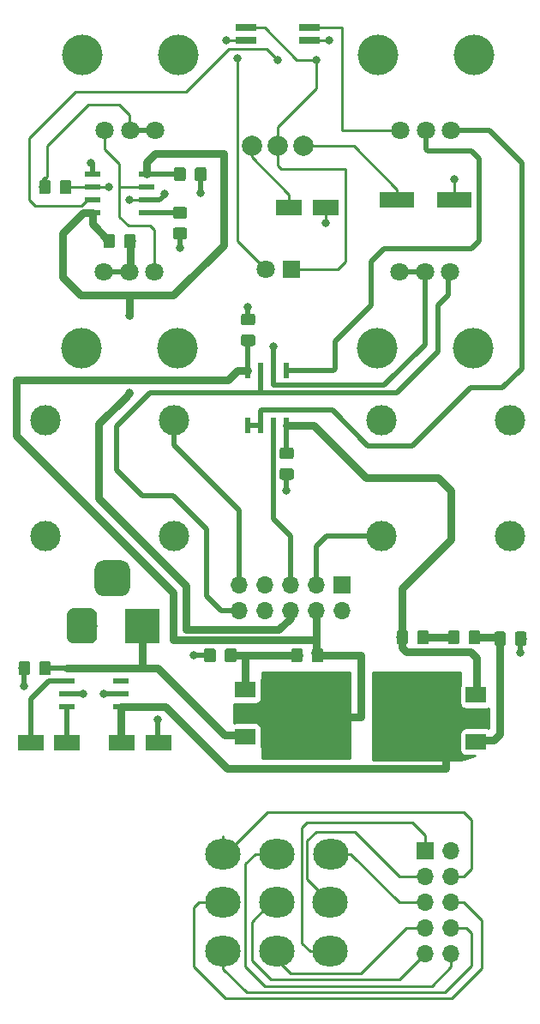
<source format=gbr>
G04 #@! TF.GenerationSoftware,KiCad,Pcbnew,(5.0.0-3-g5ebb6b6)*
G04 #@! TF.CreationDate,2018-11-10T02:34:20+00:00*
G04 #@! TF.ProjectId,555PWMTremolo,35353550574D5472656D6F6C6F2E6B69,rev?*
G04 #@! TF.SameCoordinates,Original*
G04 #@! TF.FileFunction,Copper,L1,Top,Signal*
G04 #@! TF.FilePolarity,Positive*
%FSLAX46Y46*%
G04 Gerber Fmt 4.6, Leading zero omitted, Abs format (unit mm)*
G04 Created by KiCad (PCBNEW (5.0.0-3-g5ebb6b6)) date Saturday, 10 November 2018 at 02:34:20*
%MOMM*%
%LPD*%
G01*
G04 APERTURE LIST*
G04 #@! TA.AperFunction,ComponentPad*
%ADD10O,3.500000X3.000000*%
G04 #@! TD*
G04 #@! TA.AperFunction,ComponentPad*
%ADD11R,1.800000X1.800000*%
G04 #@! TD*
G04 #@! TA.AperFunction,ComponentPad*
%ADD12C,1.800000*%
G04 #@! TD*
G04 #@! TA.AperFunction,SMDPad,CuDef*
%ADD13R,2.000000X1.500000*%
G04 #@! TD*
G04 #@! TA.AperFunction,SMDPad,CuDef*
%ADD14R,2.000000X3.800000*%
G04 #@! TD*
G04 #@! TA.AperFunction,Conductor*
%ADD15C,0.100000*%
G04 #@! TD*
G04 #@! TA.AperFunction,SMDPad,CuDef*
%ADD16C,1.150000*%
G04 #@! TD*
G04 #@! TA.AperFunction,ComponentPad*
%ADD17C,3.000000*%
G04 #@! TD*
G04 #@! TA.AperFunction,ComponentPad*
%ADD18R,3.500000X3.500000*%
G04 #@! TD*
G04 #@! TA.AperFunction,ComponentPad*
%ADD19C,3.500000*%
G04 #@! TD*
G04 #@! TA.AperFunction,WasherPad*
%ADD20C,4.000000*%
G04 #@! TD*
G04 #@! TA.AperFunction,SMDPad,CuDef*
%ADD21R,0.600000X1.550000*%
G04 #@! TD*
G04 #@! TA.AperFunction,SMDPad,CuDef*
%ADD22R,2.600000X1.600000*%
G04 #@! TD*
G04 #@! TA.AperFunction,SMDPad,CuDef*
%ADD23R,1.550000X0.600000*%
G04 #@! TD*
G04 #@! TA.AperFunction,SMDPad,CuDef*
%ADD24R,2.000000X0.640000*%
G04 #@! TD*
G04 #@! TA.AperFunction,ComponentPad*
%ADD25O,1.700000X1.700000*%
G04 #@! TD*
G04 #@! TA.AperFunction,ComponentPad*
%ADD26R,1.700000X1.700000*%
G04 #@! TD*
G04 #@! TA.AperFunction,SMDPad,CuDef*
%ADD27R,3.500000X1.600000*%
G04 #@! TD*
G04 #@! TA.AperFunction,ComponentPad*
%ADD28C,2.000000*%
G04 #@! TD*
G04 #@! TA.AperFunction,ViaPad*
%ADD29C,0.800000*%
G04 #@! TD*
G04 #@! TA.AperFunction,Conductor*
%ADD30C,0.500000*%
G04 #@! TD*
G04 #@! TA.AperFunction,Conductor*
%ADD31C,0.750000*%
G04 #@! TD*
G04 #@! TA.AperFunction,Conductor*
%ADD32C,0.250000*%
G04 #@! TD*
G04 #@! TA.AperFunction,Conductor*
%ADD33C,0.254000*%
G04 #@! TD*
G04 APERTURE END LIST*
D10*
G04 #@! TO.P,SW_EN1,1*
G04 #@! TO.N,/555PWMTremolo_3PDT/3PDT_1_INT*
X85836760Y-164851080D03*
G04 #@! TO.P,SW_EN1,4*
G04 #@! TO.N,/555PWMTremolo_3PDT/3PDT_4_INT*
X80563720Y-164838380D03*
G04 #@! TO.P,SW_EN1,7*
G04 #@! TO.N,/555PWMTremolo_3PDT/3PDT_7_INT*
X75247500Y-164833300D03*
G04 #@! TO.P,SW_EN1,2*
G04 #@! TO.N,/555PWMTremolo_3PDT/3PDT_2_INT*
X85852000Y-160045400D03*
G04 #@! TO.P,SW_EN1,5*
G04 #@! TO.N,/555PWMTremolo_3PDT/3PDT_5_INT*
X80556100Y-160045400D03*
G04 #@! TO.P,SW_EN1,8*
G04 #@! TO.N,/555PWMTremolo_3PDT/3PDT_8_INT*
X75247500Y-160045400D03*
G04 #@! TO.P,SW_EN1,3*
G04 #@! TO.N,/555PWMTremolo_3PDT/3PDT_3_INT*
X85864700Y-155244800D03*
G04 #@! TO.P,SW_EN1,6*
G04 #@! TO.N,/555PWMTremolo_3PDT/3PDT_6_INT*
X80556100Y-155244800D03*
G04 #@! TO.P,SW_EN1,9*
G04 #@! TO.N,/555PWMTremolo_3PDT/3PDT_9_INT*
X75247500Y-155244800D03*
G04 #@! TD*
D11*
G04 #@! TO.P,D_LED1,1*
G04 #@! TO.N,Net-(C_LPFOPT2-Pad1)*
X82042000Y-97536000D03*
D12*
G04 #@! TO.P,D_LED1,2*
G04 #@! TO.N,Net-(C_LPFOPT1-Pad1)*
X79502000Y-97536000D03*
G04 #@! TD*
D13*
G04 #@! TO.P,U_NREG1,1*
G04 #@! TO.N,Net-(R3-Pad1)*
X100241500Y-144159000D03*
G04 #@! TO.P,U_NREG1,3*
G04 #@! TO.N,-5V*
X100241500Y-139559000D03*
G04 #@! TO.P,U_NREG1,2*
G04 #@! TO.N,-9V*
X100241500Y-141859000D03*
D14*
X93941500Y-141859000D03*
G04 #@! TD*
D15*
G04 #@! TO.N,Net-(C_BP1-Pad1)*
G04 #@! TO.C,C_BP1*
G36*
X71333505Y-87439204D02*
X71357773Y-87442804D01*
X71381572Y-87448765D01*
X71404671Y-87457030D01*
X71426850Y-87467520D01*
X71447893Y-87480132D01*
X71467599Y-87494747D01*
X71485777Y-87511223D01*
X71502253Y-87529401D01*
X71516868Y-87549107D01*
X71529480Y-87570150D01*
X71539970Y-87592329D01*
X71548235Y-87615428D01*
X71554196Y-87639227D01*
X71557796Y-87663495D01*
X71559000Y-87687999D01*
X71559000Y-88588001D01*
X71557796Y-88612505D01*
X71554196Y-88636773D01*
X71548235Y-88660572D01*
X71539970Y-88683671D01*
X71529480Y-88705850D01*
X71516868Y-88726893D01*
X71502253Y-88746599D01*
X71485777Y-88764777D01*
X71467599Y-88781253D01*
X71447893Y-88795868D01*
X71426850Y-88808480D01*
X71404671Y-88818970D01*
X71381572Y-88827235D01*
X71357773Y-88833196D01*
X71333505Y-88836796D01*
X71309001Y-88838000D01*
X70658999Y-88838000D01*
X70634495Y-88836796D01*
X70610227Y-88833196D01*
X70586428Y-88827235D01*
X70563329Y-88818970D01*
X70541150Y-88808480D01*
X70520107Y-88795868D01*
X70500401Y-88781253D01*
X70482223Y-88764777D01*
X70465747Y-88746599D01*
X70451132Y-88726893D01*
X70438520Y-88705850D01*
X70428030Y-88683671D01*
X70419765Y-88660572D01*
X70413804Y-88636773D01*
X70410204Y-88612505D01*
X70409000Y-88588001D01*
X70409000Y-87687999D01*
X70410204Y-87663495D01*
X70413804Y-87639227D01*
X70419765Y-87615428D01*
X70428030Y-87592329D01*
X70438520Y-87570150D01*
X70451132Y-87549107D01*
X70465747Y-87529401D01*
X70482223Y-87511223D01*
X70500401Y-87494747D01*
X70520107Y-87480132D01*
X70541150Y-87467520D01*
X70563329Y-87457030D01*
X70586428Y-87448765D01*
X70610227Y-87442804D01*
X70634495Y-87439204D01*
X70658999Y-87438000D01*
X71309001Y-87438000D01*
X71333505Y-87439204D01*
X71333505Y-87439204D01*
G37*
D16*
G04 #@! TD*
G04 #@! TO.P,C_BP1,1*
G04 #@! TO.N,Net-(C_BP1-Pad1)*
X70984000Y-88138000D03*
D15*
G04 #@! TO.N,/GND*
G04 #@! TO.C,C_BP1*
G36*
X73383505Y-87439204D02*
X73407773Y-87442804D01*
X73431572Y-87448765D01*
X73454671Y-87457030D01*
X73476850Y-87467520D01*
X73497893Y-87480132D01*
X73517599Y-87494747D01*
X73535777Y-87511223D01*
X73552253Y-87529401D01*
X73566868Y-87549107D01*
X73579480Y-87570150D01*
X73589970Y-87592329D01*
X73598235Y-87615428D01*
X73604196Y-87639227D01*
X73607796Y-87663495D01*
X73609000Y-87687999D01*
X73609000Y-88588001D01*
X73607796Y-88612505D01*
X73604196Y-88636773D01*
X73598235Y-88660572D01*
X73589970Y-88683671D01*
X73579480Y-88705850D01*
X73566868Y-88726893D01*
X73552253Y-88746599D01*
X73535777Y-88764777D01*
X73517599Y-88781253D01*
X73497893Y-88795868D01*
X73476850Y-88808480D01*
X73454671Y-88818970D01*
X73431572Y-88827235D01*
X73407773Y-88833196D01*
X73383505Y-88836796D01*
X73359001Y-88838000D01*
X72708999Y-88838000D01*
X72684495Y-88836796D01*
X72660227Y-88833196D01*
X72636428Y-88827235D01*
X72613329Y-88818970D01*
X72591150Y-88808480D01*
X72570107Y-88795868D01*
X72550401Y-88781253D01*
X72532223Y-88764777D01*
X72515747Y-88746599D01*
X72501132Y-88726893D01*
X72488520Y-88705850D01*
X72478030Y-88683671D01*
X72469765Y-88660572D01*
X72463804Y-88636773D01*
X72460204Y-88612505D01*
X72459000Y-88588001D01*
X72459000Y-87687999D01*
X72460204Y-87663495D01*
X72463804Y-87639227D01*
X72469765Y-87615428D01*
X72478030Y-87592329D01*
X72488520Y-87570150D01*
X72501132Y-87549107D01*
X72515747Y-87529401D01*
X72532223Y-87511223D01*
X72550401Y-87494747D01*
X72570107Y-87480132D01*
X72591150Y-87467520D01*
X72613329Y-87457030D01*
X72636428Y-87448765D01*
X72660227Y-87442804D01*
X72684495Y-87439204D01*
X72708999Y-87438000D01*
X73359001Y-87438000D01*
X73383505Y-87439204D01*
X73383505Y-87439204D01*
G37*
D16*
G04 #@! TD*
G04 #@! TO.P,C_BP1,2*
G04 #@! TO.N,/GND*
X73034000Y-88138000D03*
D15*
G04 #@! TO.N,+5V*
G04 #@! TO.C,C_BP3*
G36*
X78198505Y-103956204D02*
X78222773Y-103959804D01*
X78246572Y-103965765D01*
X78269671Y-103974030D01*
X78291850Y-103984520D01*
X78312893Y-103997132D01*
X78332599Y-104011747D01*
X78350777Y-104028223D01*
X78367253Y-104046401D01*
X78381868Y-104066107D01*
X78394480Y-104087150D01*
X78404970Y-104109329D01*
X78413235Y-104132428D01*
X78419196Y-104156227D01*
X78422796Y-104180495D01*
X78424000Y-104204999D01*
X78424000Y-104855001D01*
X78422796Y-104879505D01*
X78419196Y-104903773D01*
X78413235Y-104927572D01*
X78404970Y-104950671D01*
X78394480Y-104972850D01*
X78381868Y-104993893D01*
X78367253Y-105013599D01*
X78350777Y-105031777D01*
X78332599Y-105048253D01*
X78312893Y-105062868D01*
X78291850Y-105075480D01*
X78269671Y-105085970D01*
X78246572Y-105094235D01*
X78222773Y-105100196D01*
X78198505Y-105103796D01*
X78174001Y-105105000D01*
X77273999Y-105105000D01*
X77249495Y-105103796D01*
X77225227Y-105100196D01*
X77201428Y-105094235D01*
X77178329Y-105085970D01*
X77156150Y-105075480D01*
X77135107Y-105062868D01*
X77115401Y-105048253D01*
X77097223Y-105031777D01*
X77080747Y-105013599D01*
X77066132Y-104993893D01*
X77053520Y-104972850D01*
X77043030Y-104950671D01*
X77034765Y-104927572D01*
X77028804Y-104903773D01*
X77025204Y-104879505D01*
X77024000Y-104855001D01*
X77024000Y-104204999D01*
X77025204Y-104180495D01*
X77028804Y-104156227D01*
X77034765Y-104132428D01*
X77043030Y-104109329D01*
X77053520Y-104087150D01*
X77066132Y-104066107D01*
X77080747Y-104046401D01*
X77097223Y-104028223D01*
X77115401Y-104011747D01*
X77135107Y-103997132D01*
X77156150Y-103984520D01*
X77178329Y-103974030D01*
X77201428Y-103965765D01*
X77225227Y-103959804D01*
X77249495Y-103956204D01*
X77273999Y-103955000D01*
X78174001Y-103955000D01*
X78198505Y-103956204D01*
X78198505Y-103956204D01*
G37*
D16*
G04 #@! TD*
G04 #@! TO.P,C_BP3,2*
G04 #@! TO.N,+5V*
X77724000Y-104530000D03*
D15*
G04 #@! TO.N,/GND*
G04 #@! TO.C,C_BP3*
G36*
X78198505Y-101906204D02*
X78222773Y-101909804D01*
X78246572Y-101915765D01*
X78269671Y-101924030D01*
X78291850Y-101934520D01*
X78312893Y-101947132D01*
X78332599Y-101961747D01*
X78350777Y-101978223D01*
X78367253Y-101996401D01*
X78381868Y-102016107D01*
X78394480Y-102037150D01*
X78404970Y-102059329D01*
X78413235Y-102082428D01*
X78419196Y-102106227D01*
X78422796Y-102130495D01*
X78424000Y-102154999D01*
X78424000Y-102805001D01*
X78422796Y-102829505D01*
X78419196Y-102853773D01*
X78413235Y-102877572D01*
X78404970Y-102900671D01*
X78394480Y-102922850D01*
X78381868Y-102943893D01*
X78367253Y-102963599D01*
X78350777Y-102981777D01*
X78332599Y-102998253D01*
X78312893Y-103012868D01*
X78291850Y-103025480D01*
X78269671Y-103035970D01*
X78246572Y-103044235D01*
X78222773Y-103050196D01*
X78198505Y-103053796D01*
X78174001Y-103055000D01*
X77273999Y-103055000D01*
X77249495Y-103053796D01*
X77225227Y-103050196D01*
X77201428Y-103044235D01*
X77178329Y-103035970D01*
X77156150Y-103025480D01*
X77135107Y-103012868D01*
X77115401Y-102998253D01*
X77097223Y-102981777D01*
X77080747Y-102963599D01*
X77066132Y-102943893D01*
X77053520Y-102922850D01*
X77043030Y-102900671D01*
X77034765Y-102877572D01*
X77028804Y-102853773D01*
X77025204Y-102829505D01*
X77024000Y-102805001D01*
X77024000Y-102154999D01*
X77025204Y-102130495D01*
X77028804Y-102106227D01*
X77034765Y-102082428D01*
X77043030Y-102059329D01*
X77053520Y-102037150D01*
X77066132Y-102016107D01*
X77080747Y-101996401D01*
X77097223Y-101978223D01*
X77115401Y-101961747D01*
X77135107Y-101947132D01*
X77156150Y-101934520D01*
X77178329Y-101924030D01*
X77201428Y-101915765D01*
X77225227Y-101909804D01*
X77249495Y-101906204D01*
X77273999Y-101905000D01*
X78174001Y-101905000D01*
X78198505Y-101906204D01*
X78198505Y-101906204D01*
G37*
D16*
G04 #@! TD*
G04 #@! TO.P,C_BP3,1*
G04 #@! TO.N,/GND*
X77724000Y-102480000D03*
D15*
G04 #@! TO.N,/GND*
G04 #@! TO.C,C_BP4*
G36*
X82008505Y-117164204D02*
X82032773Y-117167804D01*
X82056572Y-117173765D01*
X82079671Y-117182030D01*
X82101850Y-117192520D01*
X82122893Y-117205132D01*
X82142599Y-117219747D01*
X82160777Y-117236223D01*
X82177253Y-117254401D01*
X82191868Y-117274107D01*
X82204480Y-117295150D01*
X82214970Y-117317329D01*
X82223235Y-117340428D01*
X82229196Y-117364227D01*
X82232796Y-117388495D01*
X82234000Y-117412999D01*
X82234000Y-118063001D01*
X82232796Y-118087505D01*
X82229196Y-118111773D01*
X82223235Y-118135572D01*
X82214970Y-118158671D01*
X82204480Y-118180850D01*
X82191868Y-118201893D01*
X82177253Y-118221599D01*
X82160777Y-118239777D01*
X82142599Y-118256253D01*
X82122893Y-118270868D01*
X82101850Y-118283480D01*
X82079671Y-118293970D01*
X82056572Y-118302235D01*
X82032773Y-118308196D01*
X82008505Y-118311796D01*
X81984001Y-118313000D01*
X81083999Y-118313000D01*
X81059495Y-118311796D01*
X81035227Y-118308196D01*
X81011428Y-118302235D01*
X80988329Y-118293970D01*
X80966150Y-118283480D01*
X80945107Y-118270868D01*
X80925401Y-118256253D01*
X80907223Y-118239777D01*
X80890747Y-118221599D01*
X80876132Y-118201893D01*
X80863520Y-118180850D01*
X80853030Y-118158671D01*
X80844765Y-118135572D01*
X80838804Y-118111773D01*
X80835204Y-118087505D01*
X80834000Y-118063001D01*
X80834000Y-117412999D01*
X80835204Y-117388495D01*
X80838804Y-117364227D01*
X80844765Y-117340428D01*
X80853030Y-117317329D01*
X80863520Y-117295150D01*
X80876132Y-117274107D01*
X80890747Y-117254401D01*
X80907223Y-117236223D01*
X80925401Y-117219747D01*
X80945107Y-117205132D01*
X80966150Y-117192520D01*
X80988329Y-117182030D01*
X81011428Y-117173765D01*
X81035227Y-117167804D01*
X81059495Y-117164204D01*
X81083999Y-117163000D01*
X81984001Y-117163000D01*
X82008505Y-117164204D01*
X82008505Y-117164204D01*
G37*
D16*
G04 #@! TD*
G04 #@! TO.P,C_BP4,2*
G04 #@! TO.N,/GND*
X81534000Y-117738000D03*
D15*
G04 #@! TO.N,-5V*
G04 #@! TO.C,C_BP4*
G36*
X82008505Y-115114204D02*
X82032773Y-115117804D01*
X82056572Y-115123765D01*
X82079671Y-115132030D01*
X82101850Y-115142520D01*
X82122893Y-115155132D01*
X82142599Y-115169747D01*
X82160777Y-115186223D01*
X82177253Y-115204401D01*
X82191868Y-115224107D01*
X82204480Y-115245150D01*
X82214970Y-115267329D01*
X82223235Y-115290428D01*
X82229196Y-115314227D01*
X82232796Y-115338495D01*
X82234000Y-115362999D01*
X82234000Y-116013001D01*
X82232796Y-116037505D01*
X82229196Y-116061773D01*
X82223235Y-116085572D01*
X82214970Y-116108671D01*
X82204480Y-116130850D01*
X82191868Y-116151893D01*
X82177253Y-116171599D01*
X82160777Y-116189777D01*
X82142599Y-116206253D01*
X82122893Y-116220868D01*
X82101850Y-116233480D01*
X82079671Y-116243970D01*
X82056572Y-116252235D01*
X82032773Y-116258196D01*
X82008505Y-116261796D01*
X81984001Y-116263000D01*
X81083999Y-116263000D01*
X81059495Y-116261796D01*
X81035227Y-116258196D01*
X81011428Y-116252235D01*
X80988329Y-116243970D01*
X80966150Y-116233480D01*
X80945107Y-116220868D01*
X80925401Y-116206253D01*
X80907223Y-116189777D01*
X80890747Y-116171599D01*
X80876132Y-116151893D01*
X80863520Y-116130850D01*
X80853030Y-116108671D01*
X80844765Y-116085572D01*
X80838804Y-116061773D01*
X80835204Y-116037505D01*
X80834000Y-116013001D01*
X80834000Y-115362999D01*
X80835204Y-115338495D01*
X80838804Y-115314227D01*
X80844765Y-115290428D01*
X80853030Y-115267329D01*
X80863520Y-115245150D01*
X80876132Y-115224107D01*
X80890747Y-115204401D01*
X80907223Y-115186223D01*
X80925401Y-115169747D01*
X80945107Y-115155132D01*
X80966150Y-115142520D01*
X80988329Y-115132030D01*
X81011428Y-115123765D01*
X81035227Y-115117804D01*
X81059495Y-115114204D01*
X81083999Y-115113000D01*
X81984001Y-115113000D01*
X82008505Y-115114204D01*
X82008505Y-115114204D01*
G37*
D16*
G04 #@! TD*
G04 #@! TO.P,C_BP4,1*
G04 #@! TO.N,-5V*
X81534000Y-115688000D03*
D15*
G04 #@! TO.N,/GND*
G04 #@! TO.C,C_BP5*
G36*
X55966505Y-136207204D02*
X55990773Y-136210804D01*
X56014572Y-136216765D01*
X56037671Y-136225030D01*
X56059850Y-136235520D01*
X56080893Y-136248132D01*
X56100599Y-136262747D01*
X56118777Y-136279223D01*
X56135253Y-136297401D01*
X56149868Y-136317107D01*
X56162480Y-136338150D01*
X56172970Y-136360329D01*
X56181235Y-136383428D01*
X56187196Y-136407227D01*
X56190796Y-136431495D01*
X56192000Y-136455999D01*
X56192000Y-137356001D01*
X56190796Y-137380505D01*
X56187196Y-137404773D01*
X56181235Y-137428572D01*
X56172970Y-137451671D01*
X56162480Y-137473850D01*
X56149868Y-137494893D01*
X56135253Y-137514599D01*
X56118777Y-137532777D01*
X56100599Y-137549253D01*
X56080893Y-137563868D01*
X56059850Y-137576480D01*
X56037671Y-137586970D01*
X56014572Y-137595235D01*
X55990773Y-137601196D01*
X55966505Y-137604796D01*
X55942001Y-137606000D01*
X55291999Y-137606000D01*
X55267495Y-137604796D01*
X55243227Y-137601196D01*
X55219428Y-137595235D01*
X55196329Y-137586970D01*
X55174150Y-137576480D01*
X55153107Y-137563868D01*
X55133401Y-137549253D01*
X55115223Y-137532777D01*
X55098747Y-137514599D01*
X55084132Y-137494893D01*
X55071520Y-137473850D01*
X55061030Y-137451671D01*
X55052765Y-137428572D01*
X55046804Y-137404773D01*
X55043204Y-137380505D01*
X55042000Y-137356001D01*
X55042000Y-136455999D01*
X55043204Y-136431495D01*
X55046804Y-136407227D01*
X55052765Y-136383428D01*
X55061030Y-136360329D01*
X55071520Y-136338150D01*
X55084132Y-136317107D01*
X55098747Y-136297401D01*
X55115223Y-136279223D01*
X55133401Y-136262747D01*
X55153107Y-136248132D01*
X55174150Y-136235520D01*
X55196329Y-136225030D01*
X55219428Y-136216765D01*
X55243227Y-136210804D01*
X55267495Y-136207204D01*
X55291999Y-136206000D01*
X55942001Y-136206000D01*
X55966505Y-136207204D01*
X55966505Y-136207204D01*
G37*
D16*
G04 #@! TD*
G04 #@! TO.P,C_BP5,1*
G04 #@! TO.N,/GND*
X55617000Y-136906000D03*
D15*
G04 #@! TO.N,+9V*
G04 #@! TO.C,C_BP5*
G36*
X58016505Y-136207204D02*
X58040773Y-136210804D01*
X58064572Y-136216765D01*
X58087671Y-136225030D01*
X58109850Y-136235520D01*
X58130893Y-136248132D01*
X58150599Y-136262747D01*
X58168777Y-136279223D01*
X58185253Y-136297401D01*
X58199868Y-136317107D01*
X58212480Y-136338150D01*
X58222970Y-136360329D01*
X58231235Y-136383428D01*
X58237196Y-136407227D01*
X58240796Y-136431495D01*
X58242000Y-136455999D01*
X58242000Y-137356001D01*
X58240796Y-137380505D01*
X58237196Y-137404773D01*
X58231235Y-137428572D01*
X58222970Y-137451671D01*
X58212480Y-137473850D01*
X58199868Y-137494893D01*
X58185253Y-137514599D01*
X58168777Y-137532777D01*
X58150599Y-137549253D01*
X58130893Y-137563868D01*
X58109850Y-137576480D01*
X58087671Y-137586970D01*
X58064572Y-137595235D01*
X58040773Y-137601196D01*
X58016505Y-137604796D01*
X57992001Y-137606000D01*
X57341999Y-137606000D01*
X57317495Y-137604796D01*
X57293227Y-137601196D01*
X57269428Y-137595235D01*
X57246329Y-137586970D01*
X57224150Y-137576480D01*
X57203107Y-137563868D01*
X57183401Y-137549253D01*
X57165223Y-137532777D01*
X57148747Y-137514599D01*
X57134132Y-137494893D01*
X57121520Y-137473850D01*
X57111030Y-137451671D01*
X57102765Y-137428572D01*
X57096804Y-137404773D01*
X57093204Y-137380505D01*
X57092000Y-137356001D01*
X57092000Y-136455999D01*
X57093204Y-136431495D01*
X57096804Y-136407227D01*
X57102765Y-136383428D01*
X57111030Y-136360329D01*
X57121520Y-136338150D01*
X57134132Y-136317107D01*
X57148747Y-136297401D01*
X57165223Y-136279223D01*
X57183401Y-136262747D01*
X57203107Y-136248132D01*
X57224150Y-136235520D01*
X57246329Y-136225030D01*
X57269428Y-136216765D01*
X57293227Y-136210804D01*
X57317495Y-136207204D01*
X57341999Y-136206000D01*
X57992001Y-136206000D01*
X58016505Y-136207204D01*
X58016505Y-136207204D01*
G37*
D16*
G04 #@! TD*
G04 #@! TO.P,C_BP5,2*
G04 #@! TO.N,+9V*
X57667000Y-136906000D03*
D17*
G04 #@! TO.P,J_IN1,4*
G04 #@! TO.N,/GND*
X103568500Y-123825000D03*
G04 #@! TO.P,J_IN1,3*
X103568500Y-112395000D03*
G04 #@! TO.P,J_IN1,2*
X90868500Y-112395000D03*
G04 #@! TO.P,J_IN1,1*
G04 #@! TO.N,/3PDT_2_EXT*
X90868500Y-123825000D03*
G04 #@! TD*
D18*
G04 #@! TO.P,J_PWR1,1*
G04 #@! TO.N,+9V*
X67310000Y-132715000D03*
D15*
G04 #@! TD*
G04 #@! TO.N,/GND*
G04 #@! TO.C,J_PWR1*
G36*
X62133513Y-130968611D02*
X62206318Y-130979411D01*
X62277714Y-130997295D01*
X62347013Y-131022090D01*
X62413548Y-131053559D01*
X62476678Y-131091398D01*
X62535795Y-131135242D01*
X62590330Y-131184670D01*
X62639758Y-131239205D01*
X62683602Y-131298322D01*
X62721441Y-131361452D01*
X62752910Y-131427987D01*
X62777705Y-131497286D01*
X62795589Y-131568682D01*
X62806389Y-131641487D01*
X62810000Y-131715000D01*
X62810000Y-133715000D01*
X62806389Y-133788513D01*
X62795589Y-133861318D01*
X62777705Y-133932714D01*
X62752910Y-134002013D01*
X62721441Y-134068548D01*
X62683602Y-134131678D01*
X62639758Y-134190795D01*
X62590330Y-134245330D01*
X62535795Y-134294758D01*
X62476678Y-134338602D01*
X62413548Y-134376441D01*
X62347013Y-134407910D01*
X62277714Y-134432705D01*
X62206318Y-134450589D01*
X62133513Y-134461389D01*
X62060000Y-134465000D01*
X60560000Y-134465000D01*
X60486487Y-134461389D01*
X60413682Y-134450589D01*
X60342286Y-134432705D01*
X60272987Y-134407910D01*
X60206452Y-134376441D01*
X60143322Y-134338602D01*
X60084205Y-134294758D01*
X60029670Y-134245330D01*
X59980242Y-134190795D01*
X59936398Y-134131678D01*
X59898559Y-134068548D01*
X59867090Y-134002013D01*
X59842295Y-133932714D01*
X59824411Y-133861318D01*
X59813611Y-133788513D01*
X59810000Y-133715000D01*
X59810000Y-131715000D01*
X59813611Y-131641487D01*
X59824411Y-131568682D01*
X59842295Y-131497286D01*
X59867090Y-131427987D01*
X59898559Y-131361452D01*
X59936398Y-131298322D01*
X59980242Y-131239205D01*
X60029670Y-131184670D01*
X60084205Y-131135242D01*
X60143322Y-131091398D01*
X60206452Y-131053559D01*
X60272987Y-131022090D01*
X60342286Y-130997295D01*
X60413682Y-130979411D01*
X60486487Y-130968611D01*
X60560000Y-130965000D01*
X62060000Y-130965000D01*
X62133513Y-130968611D01*
X62133513Y-130968611D01*
G37*
D17*
G04 #@! TO.P,J_PWR1,2*
G04 #@! TO.N,/GND*
X61310000Y-132715000D03*
D15*
G04 #@! TD*
G04 #@! TO.N,N/C*
G04 #@! TO.C,J_PWR1*
G36*
X65270765Y-126269213D02*
X65355704Y-126281813D01*
X65438999Y-126302677D01*
X65519848Y-126331605D01*
X65597472Y-126368319D01*
X65671124Y-126412464D01*
X65740094Y-126463616D01*
X65803718Y-126521282D01*
X65861384Y-126584906D01*
X65912536Y-126653876D01*
X65956681Y-126727528D01*
X65993395Y-126805152D01*
X66022323Y-126886001D01*
X66043187Y-126969296D01*
X66055787Y-127054235D01*
X66060000Y-127140000D01*
X66060000Y-128890000D01*
X66055787Y-128975765D01*
X66043187Y-129060704D01*
X66022323Y-129143999D01*
X65993395Y-129224848D01*
X65956681Y-129302472D01*
X65912536Y-129376124D01*
X65861384Y-129445094D01*
X65803718Y-129508718D01*
X65740094Y-129566384D01*
X65671124Y-129617536D01*
X65597472Y-129661681D01*
X65519848Y-129698395D01*
X65438999Y-129727323D01*
X65355704Y-129748187D01*
X65270765Y-129760787D01*
X65185000Y-129765000D01*
X63435000Y-129765000D01*
X63349235Y-129760787D01*
X63264296Y-129748187D01*
X63181001Y-129727323D01*
X63100152Y-129698395D01*
X63022528Y-129661681D01*
X62948876Y-129617536D01*
X62879906Y-129566384D01*
X62816282Y-129508718D01*
X62758616Y-129445094D01*
X62707464Y-129376124D01*
X62663319Y-129302472D01*
X62626605Y-129224848D01*
X62597677Y-129143999D01*
X62576813Y-129060704D01*
X62564213Y-128975765D01*
X62560000Y-128890000D01*
X62560000Y-127140000D01*
X62564213Y-127054235D01*
X62576813Y-126969296D01*
X62597677Y-126886001D01*
X62626605Y-126805152D01*
X62663319Y-126727528D01*
X62707464Y-126653876D01*
X62758616Y-126584906D01*
X62816282Y-126521282D01*
X62879906Y-126463616D01*
X62948876Y-126412464D01*
X63022528Y-126368319D01*
X63100152Y-126331605D01*
X63181001Y-126302677D01*
X63264296Y-126281813D01*
X63349235Y-126269213D01*
X63435000Y-126265000D01*
X65185000Y-126265000D01*
X65270765Y-126269213D01*
X65270765Y-126269213D01*
G37*
D19*
G04 #@! TO.P,J_PWR1,3*
G04 #@! TO.N,N/C*
X64310000Y-128015000D03*
G04 #@! TD*
D12*
G04 #@! TO.P,P_DEPTH1,3*
G04 #@! TO.N,/555PWMTremolo_Clock/CLK_OUT*
X92790000Y-83820000D03*
G04 #@! TO.P,P_DEPTH1,2*
G04 #@! TO.N,Net-(P_DEPTH1-Pad2)*
X95290000Y-83820000D03*
G04 #@! TO.P,P_DEPTH1,1*
G04 #@! TO.N,Net-(P_DEPTH1-Pad1)*
X97790000Y-83820000D03*
D20*
G04 #@! TO.P,P_DEPTH1,*
G04 #@! TO.N,*
X90540000Y-76320000D03*
X100040000Y-76320000D03*
G04 #@! TD*
G04 #@! TO.P,P_VOL1,*
G04 #@! TO.N,*
X90460000Y-105290000D03*
X99960000Y-105290000D03*
D12*
G04 #@! TO.P,P_VOL1,1*
G04 #@! TO.N,Net-(P_VOL1-Pad1)*
X92710000Y-97790000D03*
G04 #@! TO.P,P_VOL1,2*
X95210000Y-97790000D03*
G04 #@! TO.P,P_VOL1,3*
G04 #@! TO.N,/3PDT_6_EXT*
X97710000Y-97790000D03*
G04 #@! TD*
D15*
G04 #@! TO.N,/GND*
G04 #@! TO.C,R1*
G36*
X74305305Y-134937204D02*
X74329573Y-134940804D01*
X74353372Y-134946765D01*
X74376471Y-134955030D01*
X74398650Y-134965520D01*
X74419693Y-134978132D01*
X74439399Y-134992747D01*
X74457577Y-135009223D01*
X74474053Y-135027401D01*
X74488668Y-135047107D01*
X74501280Y-135068150D01*
X74511770Y-135090329D01*
X74520035Y-135113428D01*
X74525996Y-135137227D01*
X74529596Y-135161495D01*
X74530800Y-135185999D01*
X74530800Y-136086001D01*
X74529596Y-136110505D01*
X74525996Y-136134773D01*
X74520035Y-136158572D01*
X74511770Y-136181671D01*
X74501280Y-136203850D01*
X74488668Y-136224893D01*
X74474053Y-136244599D01*
X74457577Y-136262777D01*
X74439399Y-136279253D01*
X74419693Y-136293868D01*
X74398650Y-136306480D01*
X74376471Y-136316970D01*
X74353372Y-136325235D01*
X74329573Y-136331196D01*
X74305305Y-136334796D01*
X74280801Y-136336000D01*
X73630799Y-136336000D01*
X73606295Y-136334796D01*
X73582027Y-136331196D01*
X73558228Y-136325235D01*
X73535129Y-136316970D01*
X73512950Y-136306480D01*
X73491907Y-136293868D01*
X73472201Y-136279253D01*
X73454023Y-136262777D01*
X73437547Y-136244599D01*
X73422932Y-136224893D01*
X73410320Y-136203850D01*
X73399830Y-136181671D01*
X73391565Y-136158572D01*
X73385604Y-136134773D01*
X73382004Y-136110505D01*
X73380800Y-136086001D01*
X73380800Y-135185999D01*
X73382004Y-135161495D01*
X73385604Y-135137227D01*
X73391565Y-135113428D01*
X73399830Y-135090329D01*
X73410320Y-135068150D01*
X73422932Y-135047107D01*
X73437547Y-135027401D01*
X73454023Y-135009223D01*
X73472201Y-134992747D01*
X73491907Y-134978132D01*
X73512950Y-134965520D01*
X73535129Y-134955030D01*
X73558228Y-134946765D01*
X73582027Y-134940804D01*
X73606295Y-134937204D01*
X73630799Y-134936000D01*
X74280801Y-134936000D01*
X74305305Y-134937204D01*
X74305305Y-134937204D01*
G37*
D16*
G04 #@! TD*
G04 #@! TO.P,R1,2*
G04 #@! TO.N,/GND*
X73955800Y-135636000D03*
D15*
G04 #@! TO.N,Net-(R1-Pad1)*
G04 #@! TO.C,R1*
G36*
X76355305Y-134937204D02*
X76379573Y-134940804D01*
X76403372Y-134946765D01*
X76426471Y-134955030D01*
X76448650Y-134965520D01*
X76469693Y-134978132D01*
X76489399Y-134992747D01*
X76507577Y-135009223D01*
X76524053Y-135027401D01*
X76538668Y-135047107D01*
X76551280Y-135068150D01*
X76561770Y-135090329D01*
X76570035Y-135113428D01*
X76575996Y-135137227D01*
X76579596Y-135161495D01*
X76580800Y-135185999D01*
X76580800Y-136086001D01*
X76579596Y-136110505D01*
X76575996Y-136134773D01*
X76570035Y-136158572D01*
X76561770Y-136181671D01*
X76551280Y-136203850D01*
X76538668Y-136224893D01*
X76524053Y-136244599D01*
X76507577Y-136262777D01*
X76489399Y-136279253D01*
X76469693Y-136293868D01*
X76448650Y-136306480D01*
X76426471Y-136316970D01*
X76403372Y-136325235D01*
X76379573Y-136331196D01*
X76355305Y-136334796D01*
X76330801Y-136336000D01*
X75680799Y-136336000D01*
X75656295Y-136334796D01*
X75632027Y-136331196D01*
X75608228Y-136325235D01*
X75585129Y-136316970D01*
X75562950Y-136306480D01*
X75541907Y-136293868D01*
X75522201Y-136279253D01*
X75504023Y-136262777D01*
X75487547Y-136244599D01*
X75472932Y-136224893D01*
X75460320Y-136203850D01*
X75449830Y-136181671D01*
X75441565Y-136158572D01*
X75435604Y-136134773D01*
X75432004Y-136110505D01*
X75430800Y-136086001D01*
X75430800Y-135185999D01*
X75432004Y-135161495D01*
X75435604Y-135137227D01*
X75441565Y-135113428D01*
X75449830Y-135090329D01*
X75460320Y-135068150D01*
X75472932Y-135047107D01*
X75487547Y-135027401D01*
X75504023Y-135009223D01*
X75522201Y-134992747D01*
X75541907Y-134978132D01*
X75562950Y-134965520D01*
X75585129Y-134955030D01*
X75608228Y-134946765D01*
X75632027Y-134940804D01*
X75656295Y-134937204D01*
X75680799Y-134936000D01*
X76330801Y-134936000D01*
X76355305Y-134937204D01*
X76355305Y-134937204D01*
G37*
D16*
G04 #@! TD*
G04 #@! TO.P,R1,1*
G04 #@! TO.N,Net-(R1-Pad1)*
X76005800Y-135636000D03*
D15*
G04 #@! TO.N,+5V*
G04 #@! TO.C,R2*
G36*
X84940505Y-134937204D02*
X84964773Y-134940804D01*
X84988572Y-134946765D01*
X85011671Y-134955030D01*
X85033850Y-134965520D01*
X85054893Y-134978132D01*
X85074599Y-134992747D01*
X85092777Y-135009223D01*
X85109253Y-135027401D01*
X85123868Y-135047107D01*
X85136480Y-135068150D01*
X85146970Y-135090329D01*
X85155235Y-135113428D01*
X85161196Y-135137227D01*
X85164796Y-135161495D01*
X85166000Y-135185999D01*
X85166000Y-136086001D01*
X85164796Y-136110505D01*
X85161196Y-136134773D01*
X85155235Y-136158572D01*
X85146970Y-136181671D01*
X85136480Y-136203850D01*
X85123868Y-136224893D01*
X85109253Y-136244599D01*
X85092777Y-136262777D01*
X85074599Y-136279253D01*
X85054893Y-136293868D01*
X85033850Y-136306480D01*
X85011671Y-136316970D01*
X84988572Y-136325235D01*
X84964773Y-136331196D01*
X84940505Y-136334796D01*
X84916001Y-136336000D01*
X84265999Y-136336000D01*
X84241495Y-136334796D01*
X84217227Y-136331196D01*
X84193428Y-136325235D01*
X84170329Y-136316970D01*
X84148150Y-136306480D01*
X84127107Y-136293868D01*
X84107401Y-136279253D01*
X84089223Y-136262777D01*
X84072747Y-136244599D01*
X84058132Y-136224893D01*
X84045520Y-136203850D01*
X84035030Y-136181671D01*
X84026765Y-136158572D01*
X84020804Y-136134773D01*
X84017204Y-136110505D01*
X84016000Y-136086001D01*
X84016000Y-135185999D01*
X84017204Y-135161495D01*
X84020804Y-135137227D01*
X84026765Y-135113428D01*
X84035030Y-135090329D01*
X84045520Y-135068150D01*
X84058132Y-135047107D01*
X84072747Y-135027401D01*
X84089223Y-135009223D01*
X84107401Y-134992747D01*
X84127107Y-134978132D01*
X84148150Y-134965520D01*
X84170329Y-134955030D01*
X84193428Y-134946765D01*
X84217227Y-134940804D01*
X84241495Y-134937204D01*
X84265999Y-134936000D01*
X84916001Y-134936000D01*
X84940505Y-134937204D01*
X84940505Y-134937204D01*
G37*
D16*
G04 #@! TD*
G04 #@! TO.P,R2,1*
G04 #@! TO.N,+5V*
X84591000Y-135636000D03*
D15*
G04 #@! TO.N,Net-(R1-Pad1)*
G04 #@! TO.C,R2*
G36*
X82890505Y-134937204D02*
X82914773Y-134940804D01*
X82938572Y-134946765D01*
X82961671Y-134955030D01*
X82983850Y-134965520D01*
X83004893Y-134978132D01*
X83024599Y-134992747D01*
X83042777Y-135009223D01*
X83059253Y-135027401D01*
X83073868Y-135047107D01*
X83086480Y-135068150D01*
X83096970Y-135090329D01*
X83105235Y-135113428D01*
X83111196Y-135137227D01*
X83114796Y-135161495D01*
X83116000Y-135185999D01*
X83116000Y-136086001D01*
X83114796Y-136110505D01*
X83111196Y-136134773D01*
X83105235Y-136158572D01*
X83096970Y-136181671D01*
X83086480Y-136203850D01*
X83073868Y-136224893D01*
X83059253Y-136244599D01*
X83042777Y-136262777D01*
X83024599Y-136279253D01*
X83004893Y-136293868D01*
X82983850Y-136306480D01*
X82961671Y-136316970D01*
X82938572Y-136325235D01*
X82914773Y-136331196D01*
X82890505Y-136334796D01*
X82866001Y-136336000D01*
X82215999Y-136336000D01*
X82191495Y-136334796D01*
X82167227Y-136331196D01*
X82143428Y-136325235D01*
X82120329Y-136316970D01*
X82098150Y-136306480D01*
X82077107Y-136293868D01*
X82057401Y-136279253D01*
X82039223Y-136262777D01*
X82022747Y-136244599D01*
X82008132Y-136224893D01*
X81995520Y-136203850D01*
X81985030Y-136181671D01*
X81976765Y-136158572D01*
X81970804Y-136134773D01*
X81967204Y-136110505D01*
X81966000Y-136086001D01*
X81966000Y-135185999D01*
X81967204Y-135161495D01*
X81970804Y-135137227D01*
X81976765Y-135113428D01*
X81985030Y-135090329D01*
X81995520Y-135068150D01*
X82008132Y-135047107D01*
X82022747Y-135027401D01*
X82039223Y-135009223D01*
X82057401Y-134992747D01*
X82077107Y-134978132D01*
X82098150Y-134965520D01*
X82120329Y-134955030D01*
X82143428Y-134946765D01*
X82167227Y-134940804D01*
X82191495Y-134937204D01*
X82215999Y-134936000D01*
X82866001Y-134936000D01*
X82890505Y-134937204D01*
X82890505Y-134937204D01*
G37*
D16*
G04 #@! TD*
G04 #@! TO.P,R2,2*
G04 #@! TO.N,Net-(R1-Pad1)*
X82541000Y-135636000D03*
D15*
G04 #@! TO.N,Net-(R3-Pad1)*
G04 #@! TO.C,R3*
G36*
X102956505Y-133286204D02*
X102980773Y-133289804D01*
X103004572Y-133295765D01*
X103027671Y-133304030D01*
X103049850Y-133314520D01*
X103070893Y-133327132D01*
X103090599Y-133341747D01*
X103108777Y-133358223D01*
X103125253Y-133376401D01*
X103139868Y-133396107D01*
X103152480Y-133417150D01*
X103162970Y-133439329D01*
X103171235Y-133462428D01*
X103177196Y-133486227D01*
X103180796Y-133510495D01*
X103182000Y-133534999D01*
X103182000Y-134435001D01*
X103180796Y-134459505D01*
X103177196Y-134483773D01*
X103171235Y-134507572D01*
X103162970Y-134530671D01*
X103152480Y-134552850D01*
X103139868Y-134573893D01*
X103125253Y-134593599D01*
X103108777Y-134611777D01*
X103090599Y-134628253D01*
X103070893Y-134642868D01*
X103049850Y-134655480D01*
X103027671Y-134665970D01*
X103004572Y-134674235D01*
X102980773Y-134680196D01*
X102956505Y-134683796D01*
X102932001Y-134685000D01*
X102281999Y-134685000D01*
X102257495Y-134683796D01*
X102233227Y-134680196D01*
X102209428Y-134674235D01*
X102186329Y-134665970D01*
X102164150Y-134655480D01*
X102143107Y-134642868D01*
X102123401Y-134628253D01*
X102105223Y-134611777D01*
X102088747Y-134593599D01*
X102074132Y-134573893D01*
X102061520Y-134552850D01*
X102051030Y-134530671D01*
X102042765Y-134507572D01*
X102036804Y-134483773D01*
X102033204Y-134459505D01*
X102032000Y-134435001D01*
X102032000Y-133534999D01*
X102033204Y-133510495D01*
X102036804Y-133486227D01*
X102042765Y-133462428D01*
X102051030Y-133439329D01*
X102061520Y-133417150D01*
X102074132Y-133396107D01*
X102088747Y-133376401D01*
X102105223Y-133358223D01*
X102123401Y-133341747D01*
X102143107Y-133327132D01*
X102164150Y-133314520D01*
X102186329Y-133304030D01*
X102209428Y-133295765D01*
X102233227Y-133289804D01*
X102257495Y-133286204D01*
X102281999Y-133285000D01*
X102932001Y-133285000D01*
X102956505Y-133286204D01*
X102956505Y-133286204D01*
G37*
D16*
G04 #@! TD*
G04 #@! TO.P,R3,1*
G04 #@! TO.N,Net-(R3-Pad1)*
X102607000Y-133985000D03*
D15*
G04 #@! TO.N,/GND*
G04 #@! TO.C,R3*
G36*
X105006505Y-133286204D02*
X105030773Y-133289804D01*
X105054572Y-133295765D01*
X105077671Y-133304030D01*
X105099850Y-133314520D01*
X105120893Y-133327132D01*
X105140599Y-133341747D01*
X105158777Y-133358223D01*
X105175253Y-133376401D01*
X105189868Y-133396107D01*
X105202480Y-133417150D01*
X105212970Y-133439329D01*
X105221235Y-133462428D01*
X105227196Y-133486227D01*
X105230796Y-133510495D01*
X105232000Y-133534999D01*
X105232000Y-134435001D01*
X105230796Y-134459505D01*
X105227196Y-134483773D01*
X105221235Y-134507572D01*
X105212970Y-134530671D01*
X105202480Y-134552850D01*
X105189868Y-134573893D01*
X105175253Y-134593599D01*
X105158777Y-134611777D01*
X105140599Y-134628253D01*
X105120893Y-134642868D01*
X105099850Y-134655480D01*
X105077671Y-134665970D01*
X105054572Y-134674235D01*
X105030773Y-134680196D01*
X105006505Y-134683796D01*
X104982001Y-134685000D01*
X104331999Y-134685000D01*
X104307495Y-134683796D01*
X104283227Y-134680196D01*
X104259428Y-134674235D01*
X104236329Y-134665970D01*
X104214150Y-134655480D01*
X104193107Y-134642868D01*
X104173401Y-134628253D01*
X104155223Y-134611777D01*
X104138747Y-134593599D01*
X104124132Y-134573893D01*
X104111520Y-134552850D01*
X104101030Y-134530671D01*
X104092765Y-134507572D01*
X104086804Y-134483773D01*
X104083204Y-134459505D01*
X104082000Y-134435001D01*
X104082000Y-133534999D01*
X104083204Y-133510495D01*
X104086804Y-133486227D01*
X104092765Y-133462428D01*
X104101030Y-133439329D01*
X104111520Y-133417150D01*
X104124132Y-133396107D01*
X104138747Y-133376401D01*
X104155223Y-133358223D01*
X104173401Y-133341747D01*
X104193107Y-133327132D01*
X104214150Y-133314520D01*
X104236329Y-133304030D01*
X104259428Y-133295765D01*
X104283227Y-133289804D01*
X104307495Y-133286204D01*
X104331999Y-133285000D01*
X104982001Y-133285000D01*
X105006505Y-133286204D01*
X105006505Y-133286204D01*
G37*
D16*
G04 #@! TD*
G04 #@! TO.P,R3,2*
G04 #@! TO.N,/GND*
X104657000Y-133985000D03*
D15*
G04 #@! TO.N,Net-(R4-Pad1)*
G04 #@! TO.C,R4*
G36*
X95354505Y-133159204D02*
X95378773Y-133162804D01*
X95402572Y-133168765D01*
X95425671Y-133177030D01*
X95447850Y-133187520D01*
X95468893Y-133200132D01*
X95488599Y-133214747D01*
X95506777Y-133231223D01*
X95523253Y-133249401D01*
X95537868Y-133269107D01*
X95550480Y-133290150D01*
X95560970Y-133312329D01*
X95569235Y-133335428D01*
X95575196Y-133359227D01*
X95578796Y-133383495D01*
X95580000Y-133407999D01*
X95580000Y-134308001D01*
X95578796Y-134332505D01*
X95575196Y-134356773D01*
X95569235Y-134380572D01*
X95560970Y-134403671D01*
X95550480Y-134425850D01*
X95537868Y-134446893D01*
X95523253Y-134466599D01*
X95506777Y-134484777D01*
X95488599Y-134501253D01*
X95468893Y-134515868D01*
X95447850Y-134528480D01*
X95425671Y-134538970D01*
X95402572Y-134547235D01*
X95378773Y-134553196D01*
X95354505Y-134556796D01*
X95330001Y-134558000D01*
X94679999Y-134558000D01*
X94655495Y-134556796D01*
X94631227Y-134553196D01*
X94607428Y-134547235D01*
X94584329Y-134538970D01*
X94562150Y-134528480D01*
X94541107Y-134515868D01*
X94521401Y-134501253D01*
X94503223Y-134484777D01*
X94486747Y-134466599D01*
X94472132Y-134446893D01*
X94459520Y-134425850D01*
X94449030Y-134403671D01*
X94440765Y-134380572D01*
X94434804Y-134356773D01*
X94431204Y-134332505D01*
X94430000Y-134308001D01*
X94430000Y-133407999D01*
X94431204Y-133383495D01*
X94434804Y-133359227D01*
X94440765Y-133335428D01*
X94449030Y-133312329D01*
X94459520Y-133290150D01*
X94472132Y-133269107D01*
X94486747Y-133249401D01*
X94503223Y-133231223D01*
X94521401Y-133214747D01*
X94541107Y-133200132D01*
X94562150Y-133187520D01*
X94584329Y-133177030D01*
X94607428Y-133168765D01*
X94631227Y-133162804D01*
X94655495Y-133159204D01*
X94679999Y-133158000D01*
X95330001Y-133158000D01*
X95354505Y-133159204D01*
X95354505Y-133159204D01*
G37*
D16*
G04 #@! TD*
G04 #@! TO.P,R4,1*
G04 #@! TO.N,Net-(R4-Pad1)*
X95005000Y-133858000D03*
D15*
G04 #@! TO.N,-5V*
G04 #@! TO.C,R4*
G36*
X93304505Y-133159204D02*
X93328773Y-133162804D01*
X93352572Y-133168765D01*
X93375671Y-133177030D01*
X93397850Y-133187520D01*
X93418893Y-133200132D01*
X93438599Y-133214747D01*
X93456777Y-133231223D01*
X93473253Y-133249401D01*
X93487868Y-133269107D01*
X93500480Y-133290150D01*
X93510970Y-133312329D01*
X93519235Y-133335428D01*
X93525196Y-133359227D01*
X93528796Y-133383495D01*
X93530000Y-133407999D01*
X93530000Y-134308001D01*
X93528796Y-134332505D01*
X93525196Y-134356773D01*
X93519235Y-134380572D01*
X93510970Y-134403671D01*
X93500480Y-134425850D01*
X93487868Y-134446893D01*
X93473253Y-134466599D01*
X93456777Y-134484777D01*
X93438599Y-134501253D01*
X93418893Y-134515868D01*
X93397850Y-134528480D01*
X93375671Y-134538970D01*
X93352572Y-134547235D01*
X93328773Y-134553196D01*
X93304505Y-134556796D01*
X93280001Y-134558000D01*
X92629999Y-134558000D01*
X92605495Y-134556796D01*
X92581227Y-134553196D01*
X92557428Y-134547235D01*
X92534329Y-134538970D01*
X92512150Y-134528480D01*
X92491107Y-134515868D01*
X92471401Y-134501253D01*
X92453223Y-134484777D01*
X92436747Y-134466599D01*
X92422132Y-134446893D01*
X92409520Y-134425850D01*
X92399030Y-134403671D01*
X92390765Y-134380572D01*
X92384804Y-134356773D01*
X92381204Y-134332505D01*
X92380000Y-134308001D01*
X92380000Y-133407999D01*
X92381204Y-133383495D01*
X92384804Y-133359227D01*
X92390765Y-133335428D01*
X92399030Y-133312329D01*
X92409520Y-133290150D01*
X92422132Y-133269107D01*
X92436747Y-133249401D01*
X92453223Y-133231223D01*
X92471401Y-133214747D01*
X92491107Y-133200132D01*
X92512150Y-133187520D01*
X92534329Y-133177030D01*
X92557428Y-133168765D01*
X92581227Y-133162804D01*
X92605495Y-133159204D01*
X92629999Y-133158000D01*
X93280001Y-133158000D01*
X93304505Y-133159204D01*
X93304505Y-133159204D01*
G37*
D16*
G04 #@! TD*
G04 #@! TO.P,R4,2*
G04 #@! TO.N,-5V*
X92955000Y-133858000D03*
D15*
G04 #@! TO.N,Net-(R3-Pad1)*
G04 #@! TO.C,R5*
G36*
X100434505Y-133159204D02*
X100458773Y-133162804D01*
X100482572Y-133168765D01*
X100505671Y-133177030D01*
X100527850Y-133187520D01*
X100548893Y-133200132D01*
X100568599Y-133214747D01*
X100586777Y-133231223D01*
X100603253Y-133249401D01*
X100617868Y-133269107D01*
X100630480Y-133290150D01*
X100640970Y-133312329D01*
X100649235Y-133335428D01*
X100655196Y-133359227D01*
X100658796Y-133383495D01*
X100660000Y-133407999D01*
X100660000Y-134308001D01*
X100658796Y-134332505D01*
X100655196Y-134356773D01*
X100649235Y-134380572D01*
X100640970Y-134403671D01*
X100630480Y-134425850D01*
X100617868Y-134446893D01*
X100603253Y-134466599D01*
X100586777Y-134484777D01*
X100568599Y-134501253D01*
X100548893Y-134515868D01*
X100527850Y-134528480D01*
X100505671Y-134538970D01*
X100482572Y-134547235D01*
X100458773Y-134553196D01*
X100434505Y-134556796D01*
X100410001Y-134558000D01*
X99759999Y-134558000D01*
X99735495Y-134556796D01*
X99711227Y-134553196D01*
X99687428Y-134547235D01*
X99664329Y-134538970D01*
X99642150Y-134528480D01*
X99621107Y-134515868D01*
X99601401Y-134501253D01*
X99583223Y-134484777D01*
X99566747Y-134466599D01*
X99552132Y-134446893D01*
X99539520Y-134425850D01*
X99529030Y-134403671D01*
X99520765Y-134380572D01*
X99514804Y-134356773D01*
X99511204Y-134332505D01*
X99510000Y-134308001D01*
X99510000Y-133407999D01*
X99511204Y-133383495D01*
X99514804Y-133359227D01*
X99520765Y-133335428D01*
X99529030Y-133312329D01*
X99539520Y-133290150D01*
X99552132Y-133269107D01*
X99566747Y-133249401D01*
X99583223Y-133231223D01*
X99601401Y-133214747D01*
X99621107Y-133200132D01*
X99642150Y-133187520D01*
X99664329Y-133177030D01*
X99687428Y-133168765D01*
X99711227Y-133162804D01*
X99735495Y-133159204D01*
X99759999Y-133158000D01*
X100410001Y-133158000D01*
X100434505Y-133159204D01*
X100434505Y-133159204D01*
G37*
D16*
G04 #@! TD*
G04 #@! TO.P,R5,2*
G04 #@! TO.N,Net-(R3-Pad1)*
X100085000Y-133858000D03*
D15*
G04 #@! TO.N,Net-(R4-Pad1)*
G04 #@! TO.C,R5*
G36*
X98384505Y-133159204D02*
X98408773Y-133162804D01*
X98432572Y-133168765D01*
X98455671Y-133177030D01*
X98477850Y-133187520D01*
X98498893Y-133200132D01*
X98518599Y-133214747D01*
X98536777Y-133231223D01*
X98553253Y-133249401D01*
X98567868Y-133269107D01*
X98580480Y-133290150D01*
X98590970Y-133312329D01*
X98599235Y-133335428D01*
X98605196Y-133359227D01*
X98608796Y-133383495D01*
X98610000Y-133407999D01*
X98610000Y-134308001D01*
X98608796Y-134332505D01*
X98605196Y-134356773D01*
X98599235Y-134380572D01*
X98590970Y-134403671D01*
X98580480Y-134425850D01*
X98567868Y-134446893D01*
X98553253Y-134466599D01*
X98536777Y-134484777D01*
X98518599Y-134501253D01*
X98498893Y-134515868D01*
X98477850Y-134528480D01*
X98455671Y-134538970D01*
X98432572Y-134547235D01*
X98408773Y-134553196D01*
X98384505Y-134556796D01*
X98360001Y-134558000D01*
X97709999Y-134558000D01*
X97685495Y-134556796D01*
X97661227Y-134553196D01*
X97637428Y-134547235D01*
X97614329Y-134538970D01*
X97592150Y-134528480D01*
X97571107Y-134515868D01*
X97551401Y-134501253D01*
X97533223Y-134484777D01*
X97516747Y-134466599D01*
X97502132Y-134446893D01*
X97489520Y-134425850D01*
X97479030Y-134403671D01*
X97470765Y-134380572D01*
X97464804Y-134356773D01*
X97461204Y-134332505D01*
X97460000Y-134308001D01*
X97460000Y-133407999D01*
X97461204Y-133383495D01*
X97464804Y-133359227D01*
X97470765Y-133335428D01*
X97479030Y-133312329D01*
X97489520Y-133290150D01*
X97502132Y-133269107D01*
X97516747Y-133249401D01*
X97533223Y-133231223D01*
X97551401Y-133214747D01*
X97571107Y-133200132D01*
X97592150Y-133187520D01*
X97614329Y-133177030D01*
X97637428Y-133168765D01*
X97661227Y-133162804D01*
X97685495Y-133159204D01*
X97709999Y-133158000D01*
X98360001Y-133158000D01*
X98384505Y-133159204D01*
X98384505Y-133159204D01*
G37*
D16*
G04 #@! TD*
G04 #@! TO.P,R5,1*
G04 #@! TO.N,Net-(R4-Pad1)*
X98035000Y-133858000D03*
D21*
G04 #@! TO.P,U_BUF1,8*
G04 #@! TO.N,+5V*
X77724000Y-107536000D03*
G04 #@! TO.P,U_BUF1,7*
G04 #@! TO.N,/3PDT_6_EXT*
X78994000Y-107536000D03*
G04 #@! TO.P,U_BUF1,6*
G04 #@! TO.N,Net-(P_VOL1-Pad1)*
X80264000Y-107536000D03*
G04 #@! TO.P,U_BUF1,5*
G04 #@! TO.N,Net-(P_DEPTH1-Pad2)*
X81534000Y-107536000D03*
G04 #@! TO.P,U_BUF1,4*
G04 #@! TO.N,-5V*
X81534000Y-112936000D03*
G04 #@! TO.P,U_BUF1,3*
G04 #@! TO.N,/3PDT_3_EXT*
X80264000Y-112936000D03*
G04 #@! TO.P,U_BUF1,2*
G04 #@! TO.N,Net-(P_DEPTH1-Pad1)*
X78994000Y-112936000D03*
G04 #@! TO.P,U_BUF1,1*
X77724000Y-112936000D03*
G04 #@! TD*
D14*
G04 #@! TO.P,U_PREG1,2*
G04 #@! TO.N,+5V*
X83731500Y-141351000D03*
D13*
X77431500Y-141351000D03*
G04 #@! TO.P,U_PREG1,3*
G04 #@! TO.N,+9V*
X77431500Y-143651000D03*
G04 #@! TO.P,U_PREG1,1*
G04 #@! TO.N,Net-(R1-Pad1)*
X77431500Y-139051000D03*
G04 #@! TD*
D22*
G04 #@! TO.P,CP_INV1,2*
G04 #@! TO.N,Net-(CP_INV1-Pad2)*
X59839000Y-144272000D03*
G04 #@! TO.P,CP_INV1,1*
G04 #@! TO.N,Net-(CP_INV1-Pad1)*
X56239000Y-144272000D03*
G04 #@! TD*
G04 #@! TO.P,CP_INV2,1*
G04 #@! TO.N,/GND*
X68856000Y-144272000D03*
G04 #@! TO.P,CP_INV2,2*
G04 #@! TO.N,-9V*
X65256000Y-144272000D03*
G04 #@! TD*
D15*
G04 #@! TO.N,Net-(C_OSC2-Pad1)*
G04 #@! TO.C,C_OSC2*
G36*
X71467505Y-91365204D02*
X71491773Y-91368804D01*
X71515572Y-91374765D01*
X71538671Y-91383030D01*
X71560850Y-91393520D01*
X71581893Y-91406132D01*
X71601599Y-91420747D01*
X71619777Y-91437223D01*
X71636253Y-91455401D01*
X71650868Y-91475107D01*
X71663480Y-91496150D01*
X71673970Y-91518329D01*
X71682235Y-91541428D01*
X71688196Y-91565227D01*
X71691796Y-91589495D01*
X71693000Y-91613999D01*
X71693000Y-92264001D01*
X71691796Y-92288505D01*
X71688196Y-92312773D01*
X71682235Y-92336572D01*
X71673970Y-92359671D01*
X71663480Y-92381850D01*
X71650868Y-92402893D01*
X71636253Y-92422599D01*
X71619777Y-92440777D01*
X71601599Y-92457253D01*
X71581893Y-92471868D01*
X71560850Y-92484480D01*
X71538671Y-92494970D01*
X71515572Y-92503235D01*
X71491773Y-92509196D01*
X71467505Y-92512796D01*
X71443001Y-92514000D01*
X70542999Y-92514000D01*
X70518495Y-92512796D01*
X70494227Y-92509196D01*
X70470428Y-92503235D01*
X70447329Y-92494970D01*
X70425150Y-92484480D01*
X70404107Y-92471868D01*
X70384401Y-92457253D01*
X70366223Y-92440777D01*
X70349747Y-92422599D01*
X70335132Y-92402893D01*
X70322520Y-92381850D01*
X70312030Y-92359671D01*
X70303765Y-92336572D01*
X70297804Y-92312773D01*
X70294204Y-92288505D01*
X70293000Y-92264001D01*
X70293000Y-91613999D01*
X70294204Y-91589495D01*
X70297804Y-91565227D01*
X70303765Y-91541428D01*
X70312030Y-91518329D01*
X70322520Y-91496150D01*
X70335132Y-91475107D01*
X70349747Y-91455401D01*
X70366223Y-91437223D01*
X70384401Y-91420747D01*
X70404107Y-91406132D01*
X70425150Y-91393520D01*
X70447329Y-91383030D01*
X70470428Y-91374765D01*
X70494227Y-91368804D01*
X70518495Y-91365204D01*
X70542999Y-91364000D01*
X71443001Y-91364000D01*
X71467505Y-91365204D01*
X71467505Y-91365204D01*
G37*
D16*
G04 #@! TD*
G04 #@! TO.P,C_OSC2,1*
G04 #@! TO.N,Net-(C_OSC2-Pad1)*
X70993000Y-91939000D03*
D15*
G04 #@! TO.N,/GND*
G04 #@! TO.C,C_OSC2*
G36*
X71467910Y-93415202D02*
X71492135Y-93418795D01*
X71515891Y-93424746D01*
X71538949Y-93432996D01*
X71561087Y-93443467D01*
X71582093Y-93456057D01*
X71601763Y-93470645D01*
X71619908Y-93487092D01*
X71636355Y-93505237D01*
X71650943Y-93524907D01*
X71663533Y-93545913D01*
X71674004Y-93568051D01*
X71682254Y-93591109D01*
X71688205Y-93614865D01*
X71691798Y-93639090D01*
X71693000Y-93663550D01*
X71693000Y-94314450D01*
X71691798Y-94338910D01*
X71688205Y-94363135D01*
X71682254Y-94386891D01*
X71674004Y-94409949D01*
X71663533Y-94432087D01*
X71650943Y-94453093D01*
X71636355Y-94472763D01*
X71619908Y-94490908D01*
X71601763Y-94507355D01*
X71582093Y-94521943D01*
X71561087Y-94534533D01*
X71538949Y-94545004D01*
X71515891Y-94553254D01*
X71492135Y-94559205D01*
X71467910Y-94562798D01*
X71443450Y-94564000D01*
X70542550Y-94564000D01*
X70518090Y-94562798D01*
X70493865Y-94559205D01*
X70470109Y-94553254D01*
X70447051Y-94545004D01*
X70424913Y-94534533D01*
X70403907Y-94521943D01*
X70384237Y-94507355D01*
X70366092Y-94490908D01*
X70349645Y-94472763D01*
X70335057Y-94453093D01*
X70322467Y-94432087D01*
X70311996Y-94409949D01*
X70303746Y-94386891D01*
X70297795Y-94363135D01*
X70294202Y-94338910D01*
X70293000Y-94314450D01*
X70293000Y-93663550D01*
X70294202Y-93639090D01*
X70297795Y-93614865D01*
X70303746Y-93591109D01*
X70311996Y-93568051D01*
X70322467Y-93545913D01*
X70335057Y-93524907D01*
X70349645Y-93505237D01*
X70366092Y-93487092D01*
X70384237Y-93470645D01*
X70403907Y-93456057D01*
X70424913Y-93443467D01*
X70447051Y-93432996D01*
X70470109Y-93424746D01*
X70493865Y-93418795D01*
X70518090Y-93415202D01*
X70542550Y-93414000D01*
X71443450Y-93414000D01*
X71467910Y-93415202D01*
X71467910Y-93415202D01*
G37*
D16*
G04 #@! TD*
G04 #@! TO.P,C_OSC2,2*
G04 #@! TO.N,/GND*
X70993000Y-93989000D03*
D15*
G04 #@! TO.N,Net-(C_BP1-Pad1)*
G04 #@! TO.C,R_OSCOFF1*
G36*
X64348505Y-94043204D02*
X64372773Y-94046804D01*
X64396572Y-94052765D01*
X64419671Y-94061030D01*
X64441850Y-94071520D01*
X64462893Y-94084132D01*
X64482599Y-94098747D01*
X64500777Y-94115223D01*
X64517253Y-94133401D01*
X64531868Y-94153107D01*
X64544480Y-94174150D01*
X64554970Y-94196329D01*
X64563235Y-94219428D01*
X64569196Y-94243227D01*
X64572796Y-94267495D01*
X64574000Y-94291999D01*
X64574000Y-95192001D01*
X64572796Y-95216505D01*
X64569196Y-95240773D01*
X64563235Y-95264572D01*
X64554970Y-95287671D01*
X64544480Y-95309850D01*
X64531868Y-95330893D01*
X64517253Y-95350599D01*
X64500777Y-95368777D01*
X64482599Y-95385253D01*
X64462893Y-95399868D01*
X64441850Y-95412480D01*
X64419671Y-95422970D01*
X64396572Y-95431235D01*
X64372773Y-95437196D01*
X64348505Y-95440796D01*
X64324001Y-95442000D01*
X63673999Y-95442000D01*
X63649495Y-95440796D01*
X63625227Y-95437196D01*
X63601428Y-95431235D01*
X63578329Y-95422970D01*
X63556150Y-95412480D01*
X63535107Y-95399868D01*
X63515401Y-95385253D01*
X63497223Y-95368777D01*
X63480747Y-95350599D01*
X63466132Y-95330893D01*
X63453520Y-95309850D01*
X63443030Y-95287671D01*
X63434765Y-95264572D01*
X63428804Y-95240773D01*
X63425204Y-95216505D01*
X63424000Y-95192001D01*
X63424000Y-94291999D01*
X63425204Y-94267495D01*
X63428804Y-94243227D01*
X63434765Y-94219428D01*
X63443030Y-94196329D01*
X63453520Y-94174150D01*
X63466132Y-94153107D01*
X63480747Y-94133401D01*
X63497223Y-94115223D01*
X63515401Y-94098747D01*
X63535107Y-94084132D01*
X63556150Y-94071520D01*
X63578329Y-94061030D01*
X63601428Y-94052765D01*
X63625227Y-94046804D01*
X63649495Y-94043204D01*
X63673999Y-94042000D01*
X64324001Y-94042000D01*
X64348505Y-94043204D01*
X64348505Y-94043204D01*
G37*
D16*
G04 #@! TD*
G04 #@! TO.P,R_OSCOFF1,2*
G04 #@! TO.N,Net-(C_BP1-Pad1)*
X63999000Y-94742000D03*
D15*
G04 #@! TO.N,Net-(P_OSCOFF1-Pad1)*
G04 #@! TO.C,R_OSCOFF1*
G36*
X66398505Y-94043204D02*
X66422773Y-94046804D01*
X66446572Y-94052765D01*
X66469671Y-94061030D01*
X66491850Y-94071520D01*
X66512893Y-94084132D01*
X66532599Y-94098747D01*
X66550777Y-94115223D01*
X66567253Y-94133401D01*
X66581868Y-94153107D01*
X66594480Y-94174150D01*
X66604970Y-94196329D01*
X66613235Y-94219428D01*
X66619196Y-94243227D01*
X66622796Y-94267495D01*
X66624000Y-94291999D01*
X66624000Y-95192001D01*
X66622796Y-95216505D01*
X66619196Y-95240773D01*
X66613235Y-95264572D01*
X66604970Y-95287671D01*
X66594480Y-95309850D01*
X66581868Y-95330893D01*
X66567253Y-95350599D01*
X66550777Y-95368777D01*
X66532599Y-95385253D01*
X66512893Y-95399868D01*
X66491850Y-95412480D01*
X66469671Y-95422970D01*
X66446572Y-95431235D01*
X66422773Y-95437196D01*
X66398505Y-95440796D01*
X66374001Y-95442000D01*
X65723999Y-95442000D01*
X65699495Y-95440796D01*
X65675227Y-95437196D01*
X65651428Y-95431235D01*
X65628329Y-95422970D01*
X65606150Y-95412480D01*
X65585107Y-95399868D01*
X65565401Y-95385253D01*
X65547223Y-95368777D01*
X65530747Y-95350599D01*
X65516132Y-95330893D01*
X65503520Y-95309850D01*
X65493030Y-95287671D01*
X65484765Y-95264572D01*
X65478804Y-95240773D01*
X65475204Y-95216505D01*
X65474000Y-95192001D01*
X65474000Y-94291999D01*
X65475204Y-94267495D01*
X65478804Y-94243227D01*
X65484765Y-94219428D01*
X65493030Y-94196329D01*
X65503520Y-94174150D01*
X65516132Y-94153107D01*
X65530747Y-94133401D01*
X65547223Y-94115223D01*
X65565401Y-94098747D01*
X65585107Y-94084132D01*
X65606150Y-94071520D01*
X65628329Y-94061030D01*
X65651428Y-94052765D01*
X65675227Y-94046804D01*
X65699495Y-94043204D01*
X65723999Y-94042000D01*
X66374001Y-94042000D01*
X66398505Y-94043204D01*
X66398505Y-94043204D01*
G37*
D16*
G04 #@! TD*
G04 #@! TO.P,R_OSCOFF1,1*
G04 #@! TO.N,Net-(P_OSCOFF1-Pad1)*
X66049000Y-94742000D03*
D15*
G04 #@! TO.N,Net-(P_OSCON1-Pad1)*
G04 #@! TO.C,R_OSCON1*
G36*
X57998505Y-88709204D02*
X58022773Y-88712804D01*
X58046572Y-88718765D01*
X58069671Y-88727030D01*
X58091850Y-88737520D01*
X58112893Y-88750132D01*
X58132599Y-88764747D01*
X58150777Y-88781223D01*
X58167253Y-88799401D01*
X58181868Y-88819107D01*
X58194480Y-88840150D01*
X58204970Y-88862329D01*
X58213235Y-88885428D01*
X58219196Y-88909227D01*
X58222796Y-88933495D01*
X58224000Y-88957999D01*
X58224000Y-89858001D01*
X58222796Y-89882505D01*
X58219196Y-89906773D01*
X58213235Y-89930572D01*
X58204970Y-89953671D01*
X58194480Y-89975850D01*
X58181868Y-89996893D01*
X58167253Y-90016599D01*
X58150777Y-90034777D01*
X58132599Y-90051253D01*
X58112893Y-90065868D01*
X58091850Y-90078480D01*
X58069671Y-90088970D01*
X58046572Y-90097235D01*
X58022773Y-90103196D01*
X57998505Y-90106796D01*
X57974001Y-90108000D01*
X57323999Y-90108000D01*
X57299495Y-90106796D01*
X57275227Y-90103196D01*
X57251428Y-90097235D01*
X57228329Y-90088970D01*
X57206150Y-90078480D01*
X57185107Y-90065868D01*
X57165401Y-90051253D01*
X57147223Y-90034777D01*
X57130747Y-90016599D01*
X57116132Y-89996893D01*
X57103520Y-89975850D01*
X57093030Y-89953671D01*
X57084765Y-89930572D01*
X57078804Y-89906773D01*
X57075204Y-89882505D01*
X57074000Y-89858001D01*
X57074000Y-88957999D01*
X57075204Y-88933495D01*
X57078804Y-88909227D01*
X57084765Y-88885428D01*
X57093030Y-88862329D01*
X57103520Y-88840150D01*
X57116132Y-88819107D01*
X57130747Y-88799401D01*
X57147223Y-88781223D01*
X57165401Y-88764747D01*
X57185107Y-88750132D01*
X57206150Y-88737520D01*
X57228329Y-88727030D01*
X57251428Y-88718765D01*
X57275227Y-88712804D01*
X57299495Y-88709204D01*
X57323999Y-88708000D01*
X57974001Y-88708000D01*
X57998505Y-88709204D01*
X57998505Y-88709204D01*
G37*
D16*
G04 #@! TD*
G04 #@! TO.P,R_OSCON1,1*
G04 #@! TO.N,Net-(P_OSCON1-Pad1)*
X57649000Y-89408000D03*
D15*
G04 #@! TO.N,Net-(C_OSC1-Pad1)*
G04 #@! TO.C,R_OSCON1*
G36*
X60048505Y-88709204D02*
X60072773Y-88712804D01*
X60096572Y-88718765D01*
X60119671Y-88727030D01*
X60141850Y-88737520D01*
X60162893Y-88750132D01*
X60182599Y-88764747D01*
X60200777Y-88781223D01*
X60217253Y-88799401D01*
X60231868Y-88819107D01*
X60244480Y-88840150D01*
X60254970Y-88862329D01*
X60263235Y-88885428D01*
X60269196Y-88909227D01*
X60272796Y-88933495D01*
X60274000Y-88957999D01*
X60274000Y-89858001D01*
X60272796Y-89882505D01*
X60269196Y-89906773D01*
X60263235Y-89930572D01*
X60254970Y-89953671D01*
X60244480Y-89975850D01*
X60231868Y-89996893D01*
X60217253Y-90016599D01*
X60200777Y-90034777D01*
X60182599Y-90051253D01*
X60162893Y-90065868D01*
X60141850Y-90078480D01*
X60119671Y-90088970D01*
X60096572Y-90097235D01*
X60072773Y-90103196D01*
X60048505Y-90106796D01*
X60024001Y-90108000D01*
X59373999Y-90108000D01*
X59349495Y-90106796D01*
X59325227Y-90103196D01*
X59301428Y-90097235D01*
X59278329Y-90088970D01*
X59256150Y-90078480D01*
X59235107Y-90065868D01*
X59215401Y-90051253D01*
X59197223Y-90034777D01*
X59180747Y-90016599D01*
X59166132Y-89996893D01*
X59153520Y-89975850D01*
X59143030Y-89953671D01*
X59134765Y-89930572D01*
X59128804Y-89906773D01*
X59125204Y-89882505D01*
X59124000Y-89858001D01*
X59124000Y-88957999D01*
X59125204Y-88933495D01*
X59128804Y-88909227D01*
X59134765Y-88885428D01*
X59143030Y-88862329D01*
X59153520Y-88840150D01*
X59166132Y-88819107D01*
X59180747Y-88799401D01*
X59197223Y-88781223D01*
X59215401Y-88764747D01*
X59235107Y-88750132D01*
X59256150Y-88737520D01*
X59278329Y-88727030D01*
X59301428Y-88718765D01*
X59325227Y-88712804D01*
X59349495Y-88709204D01*
X59373999Y-88708000D01*
X60024001Y-88708000D01*
X60048505Y-88709204D01*
X60048505Y-88709204D01*
G37*
D16*
G04 #@! TD*
G04 #@! TO.P,R_OSCON1,2*
G04 #@! TO.N,Net-(C_OSC1-Pad1)*
X59699000Y-89408000D03*
D23*
G04 #@! TO.P,U_OSC1,1*
G04 #@! TO.N,/GND*
X62324000Y-88138000D03*
G04 #@! TO.P,U_OSC1,2*
G04 #@! TO.N,Net-(C_OSC1-Pad1)*
X62324000Y-89408000D03*
G04 #@! TO.P,U_OSC1,3*
G04 #@! TO.N,Net-(R_LPF1-Pad2)*
X62324000Y-90678000D03*
G04 #@! TO.P,U_OSC1,4*
G04 #@! TO.N,Net-(C_BP1-Pad1)*
X62324000Y-91948000D03*
G04 #@! TO.P,U_OSC1,5*
G04 #@! TO.N,Net-(C_OSC2-Pad1)*
X67724000Y-91948000D03*
G04 #@! TO.P,U_OSC1,6*
G04 #@! TO.N,Net-(C_OSC1-Pad1)*
X67724000Y-90678000D03*
G04 #@! TO.P,U_OSC1,7*
G04 #@! TO.N,Net-(P_OSCOFF1-Pad3)*
X67724000Y-89408000D03*
G04 #@! TO.P,U_OSC1,8*
G04 #@! TO.N,Net-(C_BP1-Pad1)*
X67724000Y-88138000D03*
G04 #@! TD*
D20*
G04 #@! TO.P,P_OSCOFF1,*
G04 #@! TO.N,*
X61250000Y-105290000D03*
X70750000Y-105290000D03*
D12*
G04 #@! TO.P,P_OSCOFF1,1*
G04 #@! TO.N,Net-(P_OSCOFF1-Pad1)*
X63500000Y-97790000D03*
G04 #@! TO.P,P_OSCOFF1,2*
X66000000Y-97790000D03*
G04 #@! TO.P,P_OSCOFF1,3*
G04 #@! TO.N,Net-(P_OSCOFF1-Pad3)*
X68500000Y-97790000D03*
G04 #@! TD*
G04 #@! TO.P,P_OSCON1,3*
G04 #@! TO.N,Net-(P_OSCOFF1-Pad3)*
X63580000Y-83820000D03*
G04 #@! TO.P,P_OSCON1,2*
G04 #@! TO.N,Net-(P_OSCON1-Pad1)*
X66080000Y-83820000D03*
G04 #@! TO.P,P_OSCON1,1*
X68580000Y-83820000D03*
D20*
G04 #@! TO.P,P_OSCON1,*
G04 #@! TO.N,*
X61330000Y-76320000D03*
X70830000Y-76320000D03*
G04 #@! TD*
D23*
G04 #@! TO.P,U_INV1,8*
G04 #@! TO.N,+9V*
X65184000Y-136906000D03*
G04 #@! TO.P,U_INV1,7*
G04 #@! TO.N,N/C*
X65184000Y-138176000D03*
G04 #@! TO.P,U_INV1,6*
G04 #@! TO.N,/GND*
X65184000Y-139446000D03*
G04 #@! TO.P,U_INV1,5*
G04 #@! TO.N,-9V*
X65184000Y-140716000D03*
G04 #@! TO.P,U_INV1,4*
G04 #@! TO.N,Net-(CP_INV1-Pad2)*
X59784000Y-140716000D03*
G04 #@! TO.P,U_INV1,3*
G04 #@! TO.N,/GND*
X59784000Y-139446000D03*
G04 #@! TO.P,U_INV1,2*
G04 #@! TO.N,Net-(CP_INV1-Pad1)*
X59784000Y-138176000D03*
G04 #@! TO.P,U_INV1,1*
G04 #@! TO.N,+9V*
X59784000Y-136906000D03*
G04 #@! TD*
D24*
G04 #@! TO.P,U_OPTO1,4*
G04 #@! TO.N,/555PWMTremolo_Clock/CLK_OUT*
X83795000Y-73660000D03*
G04 #@! TO.P,U_OPTO1,3*
G04 #@! TO.N,/GND*
X83795000Y-74930000D03*
G04 #@! TO.P,U_OPTO1,2*
X77495000Y-74930000D03*
G04 #@! TO.P,U_OPTO1,1*
G04 #@! TO.N,Net-(C_LPFOPT2-Pad1)*
X77495000Y-73660000D03*
G04 #@! TD*
D25*
G04 #@! TO.P,J_AUXTOMAIN1,10*
G04 #@! TO.N,N/C*
X97790000Y-154940000D03*
G04 #@! TO.P,J_AUXTOMAIN1,9*
G04 #@! TO.N,/555PWMTremolo_3PDT/3PDT_9_INT*
X97790000Y-157480000D03*
G04 #@! TO.P,J_AUXTOMAIN1,8*
G04 #@! TO.N,/555PWMTremolo_3PDT/3PDT_8_INT*
X97790000Y-160020000D03*
G04 #@! TO.P,J_AUXTOMAIN1,7*
G04 #@! TO.N,/555PWMTremolo_3PDT/3PDT_7_INT*
X97790000Y-162560000D03*
G04 #@! TO.P,J_AUXTOMAIN1,6*
G04 #@! TO.N,/555PWMTremolo_3PDT/3PDT_6_INT*
X97790000Y-165100000D03*
G04 #@! TO.P,J_AUXTOMAIN1,5*
G04 #@! TO.N,/555PWMTremolo_3PDT/3PDT_5_INT*
X95250000Y-165100000D03*
G04 #@! TO.P,J_AUXTOMAIN1,4*
G04 #@! TO.N,/555PWMTremolo_3PDT/3PDT_4_INT*
X95250000Y-162560000D03*
G04 #@! TO.P,J_AUXTOMAIN1,3*
G04 #@! TO.N,/555PWMTremolo_3PDT/3PDT_3_INT*
X95250000Y-160020000D03*
G04 #@! TO.P,J_AUXTOMAIN1,2*
G04 #@! TO.N,/555PWMTremolo_3PDT/3PDT_2_INT*
X95250000Y-157480000D03*
D26*
G04 #@! TO.P,J_AUXTOMAIN1,1*
G04 #@! TO.N,/555PWMTremolo_3PDT/3PDT_1_INT*
X95250000Y-154940000D03*
G04 #@! TD*
D17*
G04 #@! TO.P,J_OUT1,1*
G04 #@! TO.N,/3PDT_5_EXT*
X70421500Y-112395000D03*
G04 #@! TO.P,J_OUT1,2*
G04 #@! TO.N,/GND*
X70421500Y-123825000D03*
G04 #@! TO.P,J_OUT1,3*
X57721500Y-123825000D03*
G04 #@! TO.P,J_OUT1,4*
X57721500Y-112395000D03*
G04 #@! TD*
D22*
G04 #@! TO.P,CP_FAST1,1*
G04 #@! TO.N,Net-(CP_FAST1-Pad1)*
X81766000Y-91440000D03*
G04 #@! TO.P,CP_FAST1,2*
G04 #@! TO.N,/GND*
X85366000Y-91440000D03*
G04 #@! TD*
D27*
G04 #@! TO.P,CP_SLOW1,1*
G04 #@! TO.N,Net-(CP_SLOW1-Pad1)*
X92450000Y-90678000D03*
G04 #@! TO.P,CP_SLOW1,2*
G04 #@! TO.N,/GND*
X98050000Y-90678000D03*
G04 #@! TD*
D28*
G04 #@! TO.P,SW_ATTACK1,2*
G04 #@! TO.N,Net-(C_LPFOPT2-Pad1)*
X80645000Y-85344000D03*
G04 #@! TO.P,SW_ATTACK1,3*
G04 #@! TO.N,Net-(CP_SLOW1-Pad1)*
X83185000Y-85344000D03*
G04 #@! TO.P,SW_ATTACK1,1*
G04 #@! TO.N,Net-(CP_FAST1-Pad1)*
X78105000Y-85344000D03*
G04 #@! TD*
D26*
G04 #@! TO.P,J_MAINTOAUX1,1*
G04 #@! TO.N,/3PDT_4_EXT*
X86995000Y-128651000D03*
D25*
G04 #@! TO.P,J_MAINTOAUX1,2*
G04 #@! TO.N,/3PDT_2_EXT*
X84455000Y-128651000D03*
G04 #@! TO.P,J_MAINTOAUX1,3*
G04 #@! TO.N,/3PDT_3_EXT*
X81915000Y-128651000D03*
G04 #@! TO.P,J_MAINTOAUX1,4*
G04 #@! TO.N,/3PDT_4_EXT*
X79375000Y-128651000D03*
G04 #@! TO.P,J_MAINTOAUX1,5*
G04 #@! TO.N,/3PDT_5_EXT*
X76835000Y-128651000D03*
G04 #@! TO.P,J_MAINTOAUX1,6*
G04 #@! TO.N,/3PDT_6_EXT*
X76835000Y-131191000D03*
G04 #@! TO.P,J_MAINTOAUX1,7*
G04 #@! TO.N,N/C*
X79375000Y-131191000D03*
G04 #@! TO.P,J_MAINTOAUX1,8*
G04 #@! TO.N,/3PDT_8_EXT*
X81915000Y-131191000D03*
G04 #@! TO.P,J_MAINTOAUX1,9*
G04 #@! TO.N,+5V*
X84455000Y-131191000D03*
G04 #@! TO.P,J_MAINTOAUX1,10*
G04 #@! TO.N,N/C*
X86995000Y-131191000D03*
G04 #@! TD*
D29*
G04 #@! TO.N,-9V*
X90551000Y-145415000D03*
X90551000Y-144145000D03*
X90551000Y-142875000D03*
X90551000Y-141605000D03*
X90551000Y-140335000D03*
X90551000Y-139065000D03*
X90551000Y-137795000D03*
X91821000Y-137795000D03*
X91821000Y-139065000D03*
X91821000Y-140335000D03*
X91821000Y-141605000D03*
X91821000Y-142875000D03*
X91821000Y-144145000D03*
X91821000Y-145415000D03*
X93091000Y-145415000D03*
X93091000Y-139065000D03*
X94361000Y-139065000D03*
X94361000Y-137795000D03*
X93091000Y-137795000D03*
X94361000Y-145415000D03*
G04 #@! TO.N,/3PDT_8_EXT*
X66040000Y-109728000D03*
G04 #@! TO.N,+5V*
X87249000Y-137795000D03*
X87249000Y-139065000D03*
X87249000Y-140335000D03*
X87249000Y-142875000D03*
X87249000Y-145415000D03*
X85979000Y-145415000D03*
X85979000Y-142875000D03*
X85979000Y-140335000D03*
X85979000Y-139065000D03*
X85979000Y-137795000D03*
X84709000Y-137795000D03*
X83439000Y-137795000D03*
X84709000Y-145415000D03*
X83439000Y-145415000D03*
X87249000Y-144145000D03*
X85979000Y-144145000D03*
G04 #@! TO.N,Net-(C_OSC1-Pad1)*
X64008000Y-89408000D03*
X66040000Y-90678000D03*
X69468999Y-90042999D03*
G04 #@! TO.N,Net-(P_VOL1-Pad1)*
X80264000Y-105156000D03*
G04 #@! TO.N,Net-(R_LPF1-Pad2)*
X80645000Y-76835000D03*
G04 #@! TO.N,Net-(C_LPFOPT1-Pad1)*
X76707996Y-76708000D03*
G04 #@! TO.N,/GND*
X63500000Y-139446000D03*
X61468000Y-139446000D03*
X62230000Y-86995000D03*
X85725000Y-74930000D03*
X75565000Y-74930000D03*
X104648000Y-135382000D03*
X68834000Y-141986000D03*
X55617000Y-138675000D03*
X70993000Y-95377000D03*
X73034000Y-90034000D03*
X77724000Y-101219000D03*
X98050000Y-88652000D03*
X85366000Y-92942000D03*
X72389996Y-135635996D03*
X81534000Y-119380000D03*
G04 #@! TO.N,Net-(C_BP1-Pad1)*
X66040000Y-102108000D03*
G04 #@! TO.N,Net-(C_LPFOPT2-Pad1)*
X84455000Y-76835000D03*
G04 #@! TD*
D30*
G04 #@! TO.N,-9V*
X93980000Y-141986000D02*
X93941500Y-141947500D01*
X93941500Y-141947500D02*
X93941500Y-141859000D01*
X65184000Y-144200000D02*
X65256000Y-144272000D01*
D31*
X65184000Y-140716000D02*
X65184000Y-144200000D01*
D30*
X94615000Y-141859000D02*
X93941500Y-141859000D01*
D31*
X97409000Y-141859000D02*
X100241500Y-141859000D01*
X97282000Y-141986000D02*
X97409000Y-141859000D01*
X97282000Y-146812000D02*
X97282000Y-141224000D01*
X75692000Y-146812000D02*
X97282000Y-146812000D01*
X69596000Y-140716000D02*
X75692000Y-146812000D01*
X65184000Y-140716000D02*
X69596000Y-140716000D01*
G04 #@! TO.N,/3PDT_8_EXT*
X65640001Y-110127999D02*
X66040000Y-109728000D01*
X62992000Y-112776000D02*
X65640001Y-110127999D01*
X81915000Y-131953000D02*
X80772000Y-133096000D01*
X71628000Y-133096000D02*
X71628000Y-128778000D01*
X62992000Y-120142000D02*
X62992000Y-112776000D01*
X71628000Y-128778000D02*
X62992000Y-120142000D01*
X80772000Y-133096000D02*
X71628000Y-133096000D01*
D30*
G04 #@! TO.N,+5V*
X76932500Y-140852000D02*
X77431500Y-141351000D01*
X83952500Y-141572000D02*
X83731500Y-141351000D01*
X83731500Y-142913500D02*
X83820000Y-143002000D01*
X83731500Y-141351000D02*
X83731500Y-142913500D01*
D31*
X85382500Y-143002000D02*
X83731500Y-141351000D01*
X84455000Y-135255000D02*
X84455000Y-132842000D01*
X88900000Y-141732000D02*
X85382500Y-141732000D01*
X84582000Y-135636000D02*
X88900000Y-135636000D01*
X88900000Y-135636000D02*
X88900000Y-141732000D01*
X84328000Y-135382000D02*
X84582000Y-135636000D01*
X76674000Y-107536000D02*
X77724000Y-107536000D01*
X75752000Y-108458000D02*
X76674000Y-107536000D01*
X54864000Y-113919000D02*
X54864000Y-108458000D01*
X70358000Y-134112000D02*
X70358000Y-129413000D01*
X54864000Y-108458000D02*
X75752000Y-108458000D01*
X70358000Y-129413000D02*
X54864000Y-113919000D01*
X84328000Y-134112000D02*
X70358000Y-134112000D01*
X84455000Y-133985000D02*
X84328000Y-134112000D01*
X84455000Y-132842000D02*
X84455000Y-133985000D01*
X84455000Y-131191000D02*
X84582000Y-131064000D01*
X84455000Y-132842000D02*
X84455000Y-131191000D01*
D30*
X77724000Y-107536000D02*
X77724000Y-104648000D01*
G04 #@! TO.N,-5V*
X100481500Y-139319000D02*
X100241500Y-139559000D01*
D31*
X96520000Y-118110000D02*
X97790000Y-119380000D01*
X97790000Y-119380000D02*
X97790000Y-124188000D01*
X92955000Y-133858000D02*
X92955000Y-129023000D01*
X92955000Y-129023000D02*
X93708000Y-128270000D01*
X97790000Y-124188000D02*
X93708000Y-128270000D01*
X81534000Y-112936000D02*
X84234000Y-112936000D01*
X89408000Y-118110000D02*
X96520000Y-118110000D01*
X84234000Y-112936000D02*
X89408000Y-118110000D01*
X100330000Y-135890000D02*
X100330000Y-139446000D01*
X99695000Y-135255000D02*
X100330000Y-135890000D01*
X92955000Y-134865000D02*
X93345000Y-135255000D01*
X93345000Y-135255000D02*
X99695000Y-135255000D01*
X92955000Y-133858000D02*
X92955000Y-134865000D01*
D30*
X81534000Y-115688000D02*
X81534000Y-112936000D01*
G04 #@! TO.N,+9V*
X77417500Y-143637000D02*
X77431500Y-143651000D01*
D31*
X59784000Y-136906000D02*
X62484000Y-136906000D01*
X62484000Y-136906000D02*
X65184000Y-136906000D01*
X67310000Y-135509000D02*
X67310000Y-133604000D01*
X67310000Y-136906000D02*
X67310000Y-135509000D01*
X65184000Y-136906000D02*
X67310000Y-136906000D01*
D30*
X57667000Y-136906000D02*
X59784000Y-136906000D01*
D31*
X75579000Y-143510000D02*
X77431500Y-143510000D01*
X68834000Y-136906000D02*
X75438000Y-143510000D01*
X67310000Y-136906000D02*
X68834000Y-136906000D01*
D32*
G04 #@! TO.N,Net-(C_OSC1-Pad1)*
X59699000Y-89408000D02*
X62324000Y-89408000D01*
X62324000Y-89408000D02*
X64008000Y-89408000D01*
X67724000Y-90678000D02*
X66040000Y-90678000D01*
D30*
X69468999Y-90208001D02*
X69468999Y-90042999D01*
X68999000Y-90678000D02*
X69468999Y-90208001D01*
X67724000Y-90678000D02*
X68999000Y-90678000D01*
G04 #@! TO.N,/3PDT_2_EXT*
X90868500Y-123888500D02*
X90868500Y-123825000D01*
X85471000Y-123825000D02*
X84455000Y-124841000D01*
X90868500Y-123825000D02*
X85471000Y-123825000D01*
X84455000Y-124841000D02*
X84455000Y-128651000D01*
G04 #@! TO.N,/3PDT_3_EXT*
X80264000Y-122174000D02*
X81915000Y-123825000D01*
X80264000Y-112936000D02*
X80264000Y-122174000D01*
X81915000Y-123825000D02*
X81915000Y-128651000D01*
G04 #@! TO.N,/3PDT_5_EXT*
X70421500Y-114617500D02*
X70421500Y-112395000D01*
X70421500Y-114871500D02*
X70421500Y-114617500D01*
X76835000Y-121285000D02*
X70421500Y-114871500D01*
X76708000Y-129032000D02*
X76835000Y-128905000D01*
X76835000Y-128651000D02*
X76835000Y-121285000D01*
G04 #@! TO.N,/3PDT_6_EXT*
X97710000Y-97790000D02*
X97790000Y-97710000D01*
X76454000Y-131572000D02*
X76835000Y-131191000D01*
X78994000Y-107536000D02*
X78994000Y-109474000D01*
X78994000Y-109728000D02*
X78994000Y-109474000D01*
X97536000Y-97964000D02*
X97710000Y-97790000D01*
X97536000Y-100076000D02*
X97536000Y-97964000D01*
X96520000Y-101092000D02*
X97536000Y-100076000D01*
X96520000Y-105664000D02*
X96520000Y-101092000D01*
X92456000Y-109728000D02*
X96520000Y-105664000D01*
X78994000Y-109728000D02*
X92456000Y-109728000D01*
X73660000Y-129794000D02*
X75057000Y-131191000D01*
X73660000Y-123190000D02*
X73660000Y-129794000D01*
X70358000Y-119888000D02*
X73660000Y-123190000D01*
X64770000Y-117348000D02*
X67310000Y-119888000D01*
X64770000Y-113030000D02*
X64770000Y-117348000D01*
X68072000Y-109728000D02*
X64770000Y-113030000D01*
X67310000Y-119888000D02*
X70358000Y-119888000D01*
X75057000Y-131191000D02*
X76835000Y-131191000D01*
X78994000Y-109728000D02*
X68072000Y-109728000D01*
G04 #@! TO.N,Net-(P_DEPTH1-Pad2)*
X95290000Y-85638000D02*
X95290000Y-83820000D01*
X89916000Y-101092000D02*
X89916000Y-96774000D01*
X100584000Y-86614000D02*
X99822000Y-85852000D01*
X95504000Y-85852000D02*
X95290000Y-85638000D01*
X100584000Y-94742000D02*
X100584000Y-86614000D01*
X99822000Y-95504000D02*
X100584000Y-94742000D01*
X91186000Y-95504000D02*
X99822000Y-95504000D01*
X86360000Y-104648000D02*
X89916000Y-101092000D01*
X89916000Y-96774000D02*
X91186000Y-95504000D01*
X99822000Y-85852000D02*
X95504000Y-85852000D01*
X81534000Y-107536000D02*
X86139000Y-107536000D01*
X86360000Y-107315000D02*
X86360000Y-104648000D01*
X86139000Y-107536000D02*
X86360000Y-107315000D01*
G04 #@! TO.N,Net-(P_DEPTH1-Pad1)*
X77724000Y-112936000D02*
X78994000Y-112936000D01*
X104775000Y-107315000D02*
X104775000Y-86995000D01*
X104775000Y-86995000D02*
X101600000Y-83820000D01*
X102870000Y-109220000D02*
X104775000Y-107315000D01*
X89530000Y-114935000D02*
X93980000Y-114935000D01*
X101600000Y-83820000D02*
X97790000Y-83820000D01*
X99695000Y-109220000D02*
X102870000Y-109220000D01*
X93980000Y-114935000D02*
X99695000Y-109220000D01*
X86040000Y-111445000D02*
X89530000Y-114935000D01*
X78994000Y-111506000D02*
X79055000Y-111445000D01*
X79055000Y-111445000D02*
X86040000Y-111445000D01*
X78994000Y-112936000D02*
X78994000Y-111506000D01*
G04 #@! TO.N,Net-(P_VOL1-Pad1)*
X93980000Y-97790000D02*
X95210000Y-97790000D01*
X92710000Y-97790000D02*
X93980000Y-97790000D01*
X92456000Y-98044000D02*
X92710000Y-97790000D01*
X80264000Y-107536000D02*
X80264000Y-106261000D01*
X80264000Y-106261000D02*
X80264000Y-105156000D01*
X95210000Y-99062792D02*
X95210000Y-97790000D01*
X95210000Y-104942000D02*
X95210000Y-99062792D01*
X91186000Y-108966000D02*
X95210000Y-104942000D01*
X80264000Y-108966000D02*
X91186000Y-108966000D01*
X80264000Y-107536000D02*
X80264000Y-108966000D01*
G04 #@! TO.N,Net-(R1-Pad1)*
X77182500Y-138802000D02*
X77431500Y-139051000D01*
D31*
X77327500Y-138947000D02*
X77431500Y-139051000D01*
X76708000Y-135636000D02*
X77266000Y-135636000D01*
X76005800Y-135636000D02*
X76555600Y-135636000D01*
X77431500Y-135636000D02*
X82804000Y-135636000D01*
X77431500Y-139051000D02*
X77431500Y-135636000D01*
D30*
G04 #@! TO.N,Net-(R3-Pad1)*
X100481500Y-144399000D02*
X100241500Y-144159000D01*
D31*
X101991500Y-144018000D02*
X102616000Y-143393500D01*
X100104000Y-144018000D02*
X101854000Y-144018000D01*
X102480000Y-133858000D02*
X102607000Y-133985000D01*
X100085000Y-133858000D02*
X102480000Y-133858000D01*
X102616000Y-143256000D02*
X102616000Y-134112000D01*
G04 #@! TO.N,Net-(R4-Pad1)*
X95005000Y-133858000D02*
X98035000Y-133858000D01*
D32*
G04 #@! TO.N,Net-(R_LPF1-Pad2)*
X61849000Y-90678000D02*
X62324000Y-90678000D01*
X61299000Y-91228000D02*
X61849000Y-90678000D01*
X71570998Y-80010000D02*
X60706000Y-80010000D01*
X60706000Y-80010000D02*
X56134000Y-84582000D01*
X56684000Y-91228000D02*
X61299000Y-91228000D01*
X56134000Y-84582000D02*
X56134000Y-90678000D01*
X56134000Y-90678000D02*
X56684000Y-91228000D01*
X80645000Y-76835000D02*
X79538999Y-75728999D01*
X75851999Y-75728999D02*
X71570998Y-80010000D01*
X79538999Y-75728999D02*
X75851999Y-75728999D01*
G04 #@! TO.N,Net-(C_LPFOPT1-Pad1)*
X79502000Y-97536000D02*
X76707996Y-94741996D01*
X76707996Y-94741996D02*
X76707996Y-77273685D01*
X76707996Y-77273685D02*
X76707996Y-76708000D01*
D30*
G04 #@! TO.N,Net-(CP_INV1-Pad2)*
X59839000Y-140771000D02*
X59784000Y-140716000D01*
X59839000Y-144526000D02*
X59839000Y-140771000D01*
G04 #@! TO.N,Net-(CP_INV1-Pad1)*
X58039000Y-138176000D02*
X59784000Y-138176000D01*
X56239000Y-144526000D02*
X56239000Y-139976000D01*
X56239000Y-139976000D02*
X58039000Y-138176000D01*
G04 #@! TO.N,Net-(C_OSC2-Pad1)*
X70993000Y-91948000D02*
X67724000Y-91948000D01*
D32*
G04 #@! TO.N,/555PWMTremolo_3PDT/3PDT_9_INT*
X75247500Y-155244800D02*
X75247500Y-153494800D01*
X99822000Y-156718000D02*
X99060000Y-157480000D01*
X99060000Y-151130000D02*
X99822000Y-151892000D01*
X99822000Y-151892000D02*
X99822000Y-156718000D01*
X99060000Y-157480000D02*
X97790000Y-157480000D01*
X79612300Y-151130000D02*
X99060000Y-151130000D01*
X75497500Y-155244800D02*
X79612300Y-151130000D01*
X75247500Y-155244800D02*
X75497500Y-155244800D01*
G04 #@! TO.N,/555PWMTremolo_3PDT/3PDT_8_INT*
X75247500Y-160045400D02*
X75539600Y-160045400D01*
X99060000Y-160020000D02*
X97790000Y-160020000D01*
X100838000Y-166497000D02*
X100838000Y-161798000D01*
X97834010Y-169500990D02*
X100838000Y-166497000D01*
X72872600Y-160045400D02*
X72390000Y-160528000D01*
X75520990Y-169500990D02*
X97834010Y-169500990D01*
X72390000Y-166370000D02*
X75520990Y-169500990D01*
X100838000Y-161798000D02*
X99060000Y-160020000D01*
X72390000Y-160528000D02*
X72390000Y-166370000D01*
X75247500Y-160045400D02*
X72872600Y-160045400D01*
G04 #@! TO.N,/555PWMTremolo_3PDT/3PDT_7_INT*
X99314000Y-162560000D02*
X97790000Y-162560000D01*
X99822000Y-163068000D02*
X99314000Y-162560000D01*
X97155000Y-168910000D02*
X99822000Y-166243000D01*
X99822000Y-166243000D02*
X99822000Y-163068000D01*
X77574200Y-168910000D02*
X97155000Y-168910000D01*
X75247500Y-166583300D02*
X77574200Y-168910000D01*
X75247500Y-164833300D02*
X75247500Y-166583300D01*
G04 #@! TO.N,/555PWMTremolo_3PDT/3PDT_6_INT*
X77470000Y-156210000D02*
X78435200Y-155244800D01*
X78435200Y-155244800D02*
X80556100Y-155244800D01*
X77470000Y-166370000D02*
X77470000Y-156210000D01*
X95885000Y-168275000D02*
X79375000Y-168275000D01*
X97790000Y-166370000D02*
X95885000Y-168275000D01*
X79375000Y-168275000D02*
X77470000Y-166370000D01*
X97790000Y-165100000D02*
X97790000Y-166370000D01*
G04 #@! TO.N,/555PWMTremolo_3PDT/3PDT_5_INT*
X94400001Y-165949999D02*
X95250000Y-165100000D01*
X92710000Y-167640000D02*
X94400001Y-165949999D01*
X80010000Y-167640000D02*
X92710000Y-167640000D01*
X78105000Y-165735000D02*
X80010000Y-167640000D01*
X78105000Y-161925000D02*
X78105000Y-165735000D01*
X79984600Y-160045400D02*
X78105000Y-161925000D01*
X80556100Y-160045400D02*
X79984600Y-160045400D01*
G04 #@! TO.N,/555PWMTremolo_3PDT/3PDT_4_INT*
X93345000Y-162560000D02*
X95250000Y-162560000D01*
X88900000Y-167005000D02*
X93345000Y-162560000D01*
X81915000Y-167005000D02*
X88900000Y-167005000D01*
X80563720Y-165653720D02*
X81915000Y-167005000D01*
X80563720Y-164838380D02*
X80563720Y-165653720D01*
G04 #@! TO.N,/555PWMTremolo_3PDT/3PDT_3_INT*
X94047919Y-160020000D02*
X95250000Y-160020000D01*
X92639900Y-160020000D02*
X94047919Y-160020000D01*
X87864700Y-155244800D02*
X92639900Y-160020000D01*
X85864700Y-155244800D02*
X87864700Y-155244800D01*
G04 #@! TO.N,/555PWMTremolo_3PDT/3PDT_2_INT*
X92710000Y-157480000D02*
X95250000Y-157480000D01*
X84455000Y-153035000D02*
X88265000Y-153035000D01*
X88265000Y-153035000D02*
X92710000Y-157480000D01*
X85852000Y-160045400D02*
X85852000Y-160020000D01*
X83566000Y-157734000D02*
X83566000Y-153924000D01*
X83566000Y-153924000D02*
X84455000Y-153035000D01*
X85852000Y-160020000D02*
X83566000Y-157734000D01*
G04 #@! TO.N,/555PWMTremolo_3PDT/3PDT_1_INT*
X83836760Y-164851080D02*
X83058000Y-164072320D01*
X85836760Y-164851080D02*
X83836760Y-164851080D01*
X83058000Y-164072320D02*
X83058000Y-152654000D01*
X83058000Y-152654000D02*
X83566000Y-152146000D01*
X83566000Y-152146000D02*
X93980000Y-152146000D01*
X95250000Y-153416000D02*
X95250000Y-154940000D01*
X93980000Y-152146000D02*
X95250000Y-153416000D01*
D30*
G04 #@! TO.N,/555PWMTremolo_Clock/CLK_OUT*
X92790000Y-83820000D02*
X92710000Y-83820000D01*
D32*
X86995000Y-83820000D02*
X92790000Y-83820000D01*
X86995000Y-76200000D02*
X86995000Y-83820000D01*
X83795000Y-73660000D02*
X86995000Y-73660000D01*
X86995000Y-73660000D02*
X86995000Y-76200000D01*
D30*
G04 #@! TO.N,Net-(P_OSCOFF1-Pad1)*
X63500000Y-97790000D02*
X66000000Y-97790000D01*
D31*
X66049000Y-97741000D02*
X66000000Y-97790000D01*
X66049000Y-94742000D02*
X66049000Y-97741000D01*
D32*
G04 #@! TO.N,Net-(P_OSCOFF1-Pad3)*
X65024000Y-89408000D02*
X67724000Y-89408000D01*
X65024000Y-87122000D02*
X63580000Y-85678000D01*
X63580000Y-85678000D02*
X63580000Y-83820000D01*
X65913000Y-93218000D02*
X65024000Y-92329000D01*
X68500000Y-97790000D02*
X68500000Y-93646000D01*
X65024000Y-92329000D02*
X65024000Y-87122000D01*
X68072000Y-93218000D02*
X65913000Y-93218000D01*
X68500000Y-93646000D02*
X68072000Y-93218000D01*
D30*
G04 #@! TO.N,Net-(P_OSCON1-Pad1)*
X66080000Y-83820000D02*
X68580000Y-83820000D01*
X66040000Y-83780000D02*
X66080000Y-83820000D01*
D32*
X57649000Y-88608000D02*
X57912000Y-88345000D01*
D30*
X57649000Y-89408000D02*
X57649000Y-88608000D01*
D32*
X57912000Y-88345000D02*
X57912000Y-85344000D01*
X57912000Y-85344000D02*
X61976000Y-81280000D01*
X61976000Y-81280000D02*
X65024000Y-81280000D01*
X66040000Y-82296000D02*
X66040000Y-83780000D01*
X65024000Y-81280000D02*
X66040000Y-82296000D01*
D30*
G04 #@! TO.N,/GND*
X65184000Y-139446000D02*
X63500000Y-139446000D01*
X59784000Y-139446000D02*
X61059000Y-139446000D01*
X61059000Y-139446000D02*
X61468000Y-139446000D01*
X62324000Y-88138000D02*
X62324000Y-87089000D01*
X62324000Y-87089000D02*
X62230000Y-86995000D01*
D32*
X83820000Y-74930000D02*
X85725000Y-74930000D01*
X76130685Y-74930000D02*
X75565000Y-74930000D01*
X77470000Y-74930000D02*
X76130685Y-74930000D01*
D30*
X104648000Y-134112000D02*
X104648000Y-135382000D01*
X104521000Y-133985000D02*
X104648000Y-134112000D01*
X68834000Y-142551685D02*
X68834000Y-141986000D01*
X68856000Y-144526000D02*
X68834000Y-144504000D01*
X68834000Y-144504000D02*
X68834000Y-142551685D01*
X55617000Y-136906000D02*
X55617000Y-138675000D01*
X70993000Y-93989000D02*
X70993000Y-94664000D01*
X70993000Y-94664000D02*
X70993000Y-95377000D01*
X73034000Y-88138000D02*
X73034000Y-90034000D01*
X77724000Y-102480000D02*
X77724000Y-101219000D01*
D32*
X98050000Y-90678000D02*
X98050000Y-88652000D01*
X85366000Y-91440000D02*
X85366000Y-92942000D01*
D30*
X73905000Y-135382000D02*
X73651004Y-135635996D01*
X73651004Y-135635996D02*
X72955681Y-135635996D01*
X72955681Y-135635996D02*
X72389996Y-135635996D01*
X81534000Y-117738000D02*
X81534000Y-119380000D01*
D31*
G04 #@! TO.N,Net-(C_BP1-Pad1)*
X59436000Y-93980000D02*
X59436000Y-98298000D01*
X59436000Y-98298000D02*
X61214000Y-100076000D01*
X61468000Y-91948000D02*
X59436000Y-93980000D01*
X62324000Y-91948000D02*
X61468000Y-91948000D01*
X61214000Y-100076000D02*
X66040000Y-100076000D01*
X66040000Y-100076000D02*
X66040000Y-102108000D01*
X62324000Y-93067000D02*
X63999000Y-94742000D01*
X62324000Y-91948000D02*
X62324000Y-93067000D01*
X67724000Y-86962000D02*
X67724000Y-88138000D01*
X68580000Y-86106000D02*
X67724000Y-86962000D01*
X75311000Y-86106000D02*
X68580000Y-86106000D01*
X75311000Y-95123000D02*
X75311000Y-86106000D01*
X70358000Y-100076000D02*
X75311000Y-95123000D01*
X66040000Y-100076000D02*
X70358000Y-100076000D01*
D30*
X67724000Y-88138000D02*
X70993000Y-88138000D01*
D32*
G04 #@! TO.N,Net-(C_LPFOPT2-Pad1)*
X84455000Y-76835000D02*
X82550000Y-76835000D01*
X82550000Y-76835000D02*
X79375000Y-73660000D01*
X79375000Y-73660000D02*
X77495000Y-73660000D01*
X84455000Y-79629000D02*
X80645000Y-83439000D01*
X80645000Y-83439000D02*
X80645000Y-85344000D01*
X84455000Y-76835000D02*
X84455000Y-79629000D01*
X86614000Y-97536000D02*
X82042000Y-97536000D01*
X87376000Y-96774000D02*
X86614000Y-97536000D01*
X87376000Y-87630000D02*
X87376000Y-96774000D01*
X81026000Y-87630000D02*
X87376000Y-87630000D01*
X80645000Y-87249000D02*
X81026000Y-87630000D01*
X80645000Y-85344000D02*
X80645000Y-87249000D01*
G04 #@! TO.N,Net-(CP_FAST1-Pad1)*
X78486000Y-85725000D02*
X78105000Y-85344000D01*
X81766000Y-90136000D02*
X78105000Y-86475000D01*
X78105000Y-86475000D02*
X78105000Y-85344000D01*
X81766000Y-91186000D02*
X81766000Y-90136000D01*
G04 #@! TO.N,Net-(CP_SLOW1-Pad1)*
X83185000Y-85344000D02*
X85090000Y-85344000D01*
X88166000Y-85344000D02*
X85090000Y-85344000D01*
X92450000Y-89628000D02*
X88166000Y-85344000D01*
X92450000Y-90678000D02*
X92450000Y-89628000D01*
G04 #@! TD*
D33*
G04 #@! TO.N,+5V*
G36*
X87757000Y-145802000D02*
X79121000Y-145802000D01*
X79121000Y-144780000D01*
X79111333Y-144731399D01*
X79083803Y-144690197D01*
X79042601Y-144662667D01*
X79022976Y-144658764D01*
X79029657Y-144648765D01*
X79078940Y-144401000D01*
X79078940Y-142901000D01*
X79029657Y-142653235D01*
X78889309Y-142443191D01*
X78679265Y-142302843D01*
X78431500Y-142253560D01*
X76431500Y-142253560D01*
X76327000Y-142274346D01*
X76327000Y-140427654D01*
X76431500Y-140448440D01*
X78431500Y-140448440D01*
X78679265Y-140399157D01*
X78889309Y-140258809D01*
X79029657Y-140048765D01*
X79078940Y-139801000D01*
X79078940Y-138301000D01*
X79029657Y-138053235D01*
X79022976Y-138043236D01*
X79042601Y-138039333D01*
X79083803Y-138011803D01*
X79111333Y-137970601D01*
X79121000Y-137922000D01*
X79121000Y-137287000D01*
X87757000Y-137287000D01*
X87757000Y-145802000D01*
X87757000Y-145802000D01*
G37*
X87757000Y-145802000D02*
X79121000Y-145802000D01*
X79121000Y-144780000D01*
X79111333Y-144731399D01*
X79083803Y-144690197D01*
X79042601Y-144662667D01*
X79022976Y-144658764D01*
X79029657Y-144648765D01*
X79078940Y-144401000D01*
X79078940Y-142901000D01*
X79029657Y-142653235D01*
X78889309Y-142443191D01*
X78679265Y-142302843D01*
X78431500Y-142253560D01*
X76431500Y-142253560D01*
X76327000Y-142274346D01*
X76327000Y-140427654D01*
X76431500Y-140448440D01*
X78431500Y-140448440D01*
X78679265Y-140399157D01*
X78889309Y-140258809D01*
X79029657Y-140048765D01*
X79078940Y-139801000D01*
X79078940Y-138301000D01*
X79029657Y-138053235D01*
X79022976Y-138043236D01*
X79042601Y-138039333D01*
X79083803Y-138011803D01*
X79111333Y-137970601D01*
X79121000Y-137922000D01*
X79121000Y-137287000D01*
X87757000Y-137287000D01*
X87757000Y-145802000D01*
G04 #@! TO.N,-9V*
G36*
X98679000Y-138430000D02*
X98688667Y-138478601D01*
X98693612Y-138486002D01*
X98643343Y-138561235D01*
X98594060Y-138809000D01*
X98594060Y-140309000D01*
X98643343Y-140556765D01*
X98783691Y-140766809D01*
X98993735Y-140907157D01*
X99241500Y-140956440D01*
X101241500Y-140956440D01*
X101473000Y-140910392D01*
X101473000Y-142807608D01*
X101241500Y-142761560D01*
X99241500Y-142761560D01*
X98993735Y-142810843D01*
X98783691Y-142951191D01*
X98643343Y-143161235D01*
X98594060Y-143409000D01*
X98594060Y-144909000D01*
X98643343Y-145156765D01*
X98783691Y-145366809D01*
X98993735Y-145507157D01*
X99241500Y-145556440D01*
X100133046Y-145556440D01*
X98788992Y-145923000D01*
X90043000Y-145923000D01*
X90043000Y-137287000D01*
X98679000Y-137287000D01*
X98679000Y-138430000D01*
X98679000Y-138430000D01*
G37*
X98679000Y-138430000D02*
X98688667Y-138478601D01*
X98693612Y-138486002D01*
X98643343Y-138561235D01*
X98594060Y-138809000D01*
X98594060Y-140309000D01*
X98643343Y-140556765D01*
X98783691Y-140766809D01*
X98993735Y-140907157D01*
X99241500Y-140956440D01*
X101241500Y-140956440D01*
X101473000Y-140910392D01*
X101473000Y-142807608D01*
X101241500Y-142761560D01*
X99241500Y-142761560D01*
X98993735Y-142810843D01*
X98783691Y-142951191D01*
X98643343Y-143161235D01*
X98594060Y-143409000D01*
X98594060Y-144909000D01*
X98643343Y-145156765D01*
X98783691Y-145366809D01*
X98993735Y-145507157D01*
X99241500Y-145556440D01*
X100133046Y-145556440D01*
X98788992Y-145923000D01*
X90043000Y-145923000D01*
X90043000Y-137287000D01*
X98679000Y-137287000D01*
X98679000Y-138430000D01*
G04 #@! TD*
M02*

</source>
